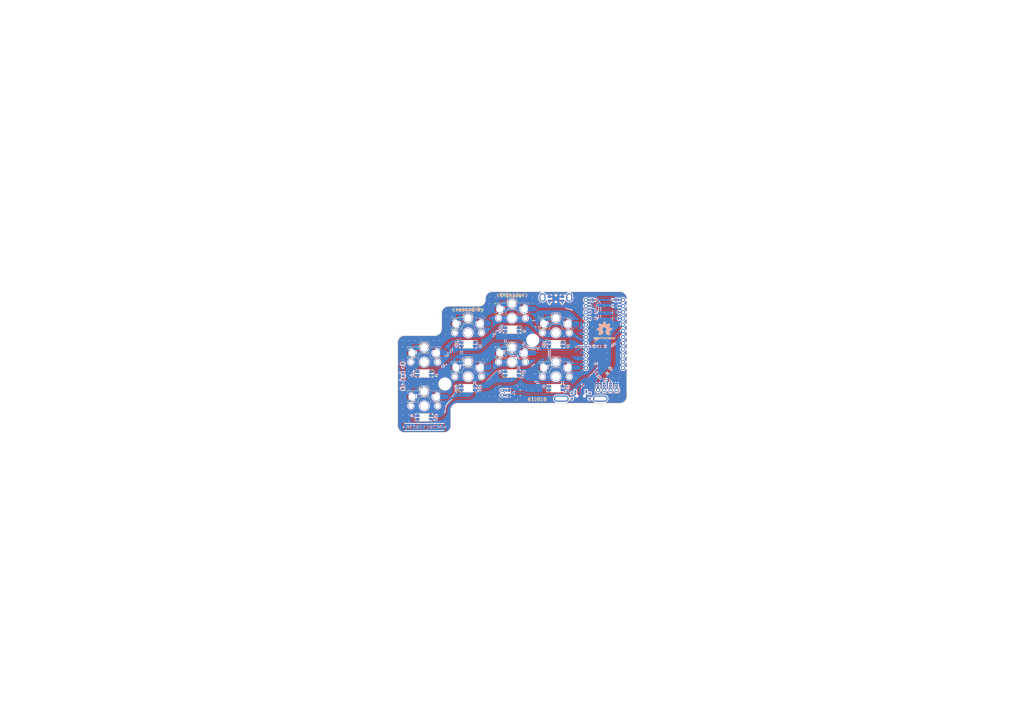
<source format=kicad_pcb>
(kicad_pcb (version 20240108) (generator "pcbnew") (generator_version "8.0")
  (title_block (title "artsey_ergo") (date "2024-11-25") (rev "1.0.0") (company "TMShader"))
  (layers (0 "F.Cu" signal) (31 "B.Cu" signal) (34 "B.Paste" user) (35 "F.Paste" user) (36 "B.SilkS" user "B.Silkscreen") (37 "F.SilkS" user "F.Silkscreen") (38 "B.Mask" user) (39 "F.Mask" user) (44 "Edge.Cuts" user))
  (net 0 "")
  (net 1 "GND")
  (net 2 "key_matrix_pinky_home")
  (net 3 "key_matrix_pinky_top")
  (net 4 "key_matrix_ring_home")
  (net 5 "key_matrix_ring_top")
  (net 6 "key_matrix_middle_home")
  (net 7 "key_matrix_middle_top")
  (net 8 "key_matrix_index_home")
  (net 9 "key_matrix_index_top")
  (net 10 "VCC")
  (net 11 "led_matrix_ring_home")
  (net 12 "led_matrix_pinky_home")
  (net 13 "led_matrix_middle_home")
  (net 14 "led_matrix_index_home")
  (net 15 "x")
  (net 16 "led_matrix_pinky_top")
  (net 17 "led_matrix_ring_top")
  (net 18 "led_matrix_middle_top")
  (net 19 "LED_DIN")
  (net 20 "RAW")
  (net 21 "RST")
  (net 22 "P1")
  (net 23 "P0")
  (net 24 "OLED_SDA")
  (net 25 "OLED_SCL")
  (net 26 "P4")
  (net 27 "P6")
  (net 28 "P7")
  (net 29 "P8")
  (net 30 "P9")
  (net 31 "MCU1_24")
  (net 32 "MCU1_1")
  (net 33 "MCU1_23")
  (net 34 "MCU1_2")
  (net 35 "MCU1_22")
  (net 36 "MCU1_3")
  (net 37 "MCU1_21")
  (net 38 "MCU1_4")
  (net 39 "DISP1_1")
  (net 40 "DISP1_2")
  (net 41 "DISP1_3")
  (net 42 "DISP1_4")
  (net 43 "BAT_P")
  (net 44 "JST1_1")
  (net 45 "JST1_2")
  (footprint "ceoloide:mounting_hole_npth" (layer "F.Cu") (at 182.5 157.5)
    (property "Reference" "MH1" (hide yes))
    (property "Value" "")
  )
  (footprint "kibuzzard-67450FBF" (layer "F.Cu") (at 165.3 154.3 90)
    (property "Reference" "kibuzzard-67450FBF" (hide yes))
    (property "Value" "G***" (hide yes))
  )
  (footprint "kibuzzard-67450C96" (layer "F.Cu") (at 220.3 163.7)
    (property "Reference" "kibuzzard-67450C96" (hide yes))
    (property "Value" "G***" (hide yes))
  )
  (footprint "ceoloide:mounting_hole_plated" (layer "F.Cu") (at 233.5 122)
    (property "Reference" "H4" (hide yes))
    (property "Value" "")
  )
  (footprint "ceoloide:mounting_hole_plated" (layer "F.Cu") (at 230.2 163.5 90)
    (property "Reference" "H1" (hide yes))
    (property "Value" "")
  )
  (footprint "kibuzzard-67450D2D" (layer "F.Cu") (at 192 127)
    (property "Reference" "kibuzzard-67450D2D" (hide yes))
    (property "Value" "G***" (hide yes))
  )
  (footprint "Symbol:OSHW-Logo2_9.8x8mm_SilkScreen" (layer "F.Cu") (at 247.9 135.7)
    (property "Reference" "REF**" (hide yes))
    (property "Value" "OSHW-Logo2_9.8x8mm_SilkScreen" (hide yes))
  )
  (footprint "ceoloide:mounting_hole_npth" (layer "F.Cu") (at 218.5 139.5)
    (property "Reference" "MH2" (hide yes))
    (property "Value" "")
  )
  (footprint "kibuzzard-67450C30" (layer "F.Cu") (at 170.5 175.1)
    (property "Reference" "kibuzzard-67450C30" (hide yes))
    (property "Value" "G***" (hide yes))
  )
  (footprint "ceoloide:mounting_hole_plated" (layer "F.Cu") (at 222.5 122)
    (property "Reference" "H3" (hide yes))
    (property "Value" "")
  )
  (footprint "ceoloide:mcu_nice_nano" (layer "F.Cu") (at 247.9 135.7)
    (property "Reference" "MCU1" (hide yes))
    (property "Value" "")
  )
  (footprint "ceoloide:mounting_hole_plated" (layer "F.Cu") (at 246.2 163.5 90)
    (property "Reference" "H2" (hide yes))
    (property "Value" "")
  )
  (footprint "kibuzzard-67450D58" (layer "F.Cu") (at 210 121)
    (property "Reference" "kibuzzard-67450D58" (hide yes))
    (property "Value" "G***" (hide yes))
  )
  (footprint "kibuzzard-67450C3F" (layer "F.Cu") (at 178.9 175.1)
    (property "Reference" "kibuzzard-67450C3F" (hide yes))
    (property "Value" "G***" (hide yes))
  )
  (footprint "ceoloide:display_ssd1306" (layer "F.Cu") (at 249.1 143.3)
    (property "Reference" "DISP1" (hide yes))
    (property "Value" "")
  )
  (footprint "ceoloide:power_switch_smd_side" (layer "B.Cu") (at 238.2 162.4 -90)
    (property "Reference" "PWR1" (hide yes))
    (property "Value" "")
  )
  (footprint "ceoloide:switch_choc_v1_v2" (layer "B.Cu") (at 192 154.5)
    (property "Reference" "S3" (hide yes))
    (property "Value" "")
  )
  (footprint "ceoloide:switch_choc_v1_v2" (layer "B.Cu") (at 174 148.5)
    (property "Reference" "S2" (hide yes))
    (property "Value" "")
  )
  (footprint "ceoloide:led_SK6812mini-e (per-key, reversible)" (layer "B.Cu") (at 210 135.2 180)
    (property "Reference" "LED7" (hide yes))
    (property "Value" "")
    (fp_rect (start -1.8 -1.55) (end 1.8 1.55) (stroke (width 0.12)) (fill none) (layer "Edge.Cuts"))
  )
  (footprint "ceoloide:led_SK6812mini-e (per-key, reversible)" (layer "B.Cu") (at 192 159.2)
    (property "Reference" "LED2" (hide yes))
    (property "Value" "")
    (fp_rect (start -1.8 -1.55) (end 1.8 1.55) (stroke (width 0.12)) (fill none) (layer "Edge.Cuts"))
  )
  (footprint "kibuzzard-67450D2D" (layer "B.Cu") (at 210 121 180)
    (property "Reference" "kibuzzard-67450D2D" (hide yes))
    (property "Value" "G***" (hide yes))
  )
  (footprint "ceoloide:switch_choc_v1_v2" (layer "B.Cu") (at 174 166.5)
    (property "Reference" "S1" (hide yes))
    (property "Value" "")
  )
  (footprint "kibuzzard-67450C96" (layer "B.Cu") (at 220.3 163.7 180)
    (property "Reference" "kibuzzard-67450C96" (hide yes))
    (property "Value" "G***" (hide yes))
  )
  (footprint "ceoloide:led_SK6812mini-e (per-key, reversible)" (layer "B.Cu") (at 228 159.2)
    (property "Reference" "LED4" (hide yes))
    (property "Value" "")
    (fp_rect (start -1.8 -1.55) (end 1.8 1.55) (stroke (width 0.12)) (fill none) (layer "Edge.Cuts"))
  )
  (footprint "ceoloide:switch_choc_v1_v2" (layer "B.Cu") (at 192 136.5)
    (property "Reference" "S4" (hide yes))
    (property "Value" "")
  )
  (footprint "ceoloide:switch_choc_v1_v2" (layer "B.Cu") (at 210 148.5)
    (property "Reference" "S5" (hide yes))
    (property "Value" "")
  )
  (footprint "ceoloide:reset_switch_smd_side" (layer "B.Cu") (at 228 122.5)
    (property "Reference" "RST1" (hide yes))
    (property "Value" "")
  )
  (footprint "Symbol:OSHW-Logo2_9.8x8mm_SilkScreen" (layer "B.Cu") (at 247.9 135.7 180)
    (property "Reference" "REF**" (hide yes))
    (property "Value" "OSHW-Logo2_9.8x8mm_SilkScreen" (hide yes))
  )
  (footprint "ceoloide:led_SK6812mini-e (per-key, reversible)" (layer "B.Cu") (at 192 141.2 180)
    (property "Reference" "LED6" (hide yes))
    (property "Value" "")
    (fp_rect (start -1.8 -1.55) (end 1.8 1.55) (stroke (width 0.12)) (fill none) (layer "Edge.Cuts"))
  )
  (footprint "ceoloide:led_SK6812mini-e (per-key, reversible)" (layer "B.Cu") (at 174 171.2)
    (property "Reference" "LED1" (hide yes))
    (property "Value" "")
    (fp_rect (start -1.8 -1.55) (end 1.8 1.55) (stroke (width 0.12)) (fill none) (layer "Edge.Cuts"))
  )
  (footprint "ceoloide:switch_choc_v1_v2" (layer "B.Cu") (at 228 154.5)
    (property "Reference" "S7" (hide yes))
    (property "Value" "")
  )
  (footprint "ceoloide:led_SK6812mini-e (per-key, reversible)" (layer "B.Cu") (at 210 153.2)
    (property "Reference" "LED3" (hide yes))
    (property "Value" "")
    (fp_rect (start -1.8 -1.55) (end 1.8 1.55) (stroke (width 0.12)) (fill none) (layer "Edge.Cuts"))
  )
  (footprint "ceoloide:led_SK6812mini-e (per-key, reversible)" (layer "B.Cu") (at 228 141.2 180)
    (property "Reference" "LED8" (hide yes))
    (property "Value" "")
    (fp_rect (start -1.8 -1.55) (end 1.8 1.55) (stroke (width 0.12)) (fill none) (layer "Edge.Cuts"))
  )
  (footprint "kibuzzard-67450D58" (layer "B.Cu") (at 192 127 180)
    (property "Reference" "kibuzzard-67450D58" (hide yes))
    (property "Value" "G***" (hide yes))
  )
  (footprint "ceoloide:switch_choc_v1_v2" (layer "B.Cu") (at 228 136.5)
    (property "Reference" "S8" (hide yes))
    (property "Value" "")
  )
  (footprint "ceoloide:switch_choc_v1_v2" (layer "B.Cu") (at 210 130.5)
    (property "Reference" "S6" (hide yes))
    (property "Value" "")
  )
  (footprint "ceoloide:led_SK6812mini-e (per-key, reversible)" (layer "B.Cu") (at 174 153.2 180)
    (property "Reference" "LED5" (hide yes))
    (property "Value" "")
    (fp_rect (start -1.8 -1.55) (end 1.8 1.55) (stroke (width 0.12)) (fill none) (layer "Edge.Cuts"))
  )
  (footprint "kibuzzard-67450FBF" (layer "B.Cu") (at 165.3 154.3 -90)
    (property "Reference" "kibuzzard-67450FBF" (hide yes))
    (property "Value" "G***" (hide yes))
  )
  (footprint "ceoloide:battery_connector_jst_ph_2" (layer "B.Cu") (at 206 161.1 90)
    (property "Reference" "JST1" (hide yes))
    (property "Value" "")
  )
  (footprint "kibuzzard-67450C30" (layer "B.Cu") (at 177.537802 175.1 180)
    (property "Reference" "kibuzzard-67450C30" (hide yes))
    (property "Value" "G***" (hide yes))
  )
  (footprint "kibuzzard-67450C3F" (layer "B.Cu") (at 169.137802 175.1 180)
    (property "Reference" "kibuzzard-67450C3F" (hide yes))
    (property "Value" "G***" (hide yes))
  )
  (gr_line (start 165.9 137.6) (end 178.3 137.6) (stroke (width 0.15)) (layer "Edge.Cuts"))
  (gr_line (start 184.9 174.6) (end 184.9 168.2) (stroke (width 0.15)) (layer "Edge.Cuts"))
  (gr_line (start 183.9 125.6) (end 196.3 125.6) (stroke (width 0.15)) (layer "Edge.Cuts"))
  (gr_arc (start 199.1 122.4) (mid 199.920101 120.420101) (end 201.9 119.6) (stroke (width 0.15)) (layer "Edge.Cuts"))
  (gr_arc (start 165.9 177.4) (mid 163.920101 176.579899) (end 163.1 174.6) (stroke (width 0.15)) (layer "Edge.Cuts"))
  (gr_arc (start 181.1 128.4) (mid 181.920101 126.420101) (end 183.9 125.6) (stroke (width 0.15)) (layer "Edge.Cuts"))
  (gr_line (start 163.1 174.6) (end 163.1 140.4) (stroke (width 0.15)) (layer "Edge.Cuts"))
  (gr_arc (start 257.1 162.6) (mid 256.279899 164.579899) (end 254.3 165.4) (stroke (width 0.15)) (layer "Edge.Cuts"))
  (gr_line (start 201.9 119.6) (end 254.3 119.6) (stroke (width 0.15)) (layer "Edge.Cuts"))
  (gr_arc (start 184.9 174.6) (mid 184.079899 176.579899) (end 182.1 177.4) (stroke (width 0.15)) (layer "Edge.Cuts"))
  (gr_arc (start 254.3 119.6) (mid 256.279899 120.420101) (end 257.1 122.4) (stroke (width 0.15)) (layer "Edge.Cuts"))
  (gr_arc (start 184.9 168.2) (mid 185.720101 166.220101) (end 187.7 165.4) (stroke (width 0.15)) (layer "Edge.Cuts"))
  (gr_arc (start 181.1 134.8) (mid 180.279899 136.779899) (end 178.3 137.6) (stroke (width 0.15)) (layer "Edge.Cuts"))
  (gr_arc (start 163.1 140.4) (mid 163.920101 138.420101) (end 165.9 137.6) (stroke (width 0.15)) (layer "Edge.Cuts"))
  (gr_arc (start 199.1 122.8) (mid 198.279899 124.779899) (end 196.3 125.6) (stroke (width 0.15)) (layer "Edge.Cuts"))
  (gr_line (start 257.1 162.6) (end 257.1 122.4) (stroke (width 0.15)) (layer "Edge.Cuts"))
  (gr_line (start 181.1 134.8) (end 181.1 128.4) (stroke (width 0.15)) (layer "Edge.Cuts"))
  (gr_line (start 199.1 122.8) (end 199.1 122.4) (stroke (width 0.15)) (layer "Edge.Cuts"))
  (gr_line (start 165.9 177.4) (end 182.1 177.4) (stroke (width 0.15)) (layer "Edge.Cuts"))
  (gr_line (start 187.7 165.4) (end 254.3 165.4) (stroke (width 0.15)) (layer "Edge.Cuts"))
  (segment (start 205.94 153.9) (end 207.3 153.9) (width 0.2) (layer "F.Cu") (net 1))
  (segment (start 252.675 130.62) (end 251.3 130.62) (width 0.25) (layer "F.Cu") (net 1))
  (segment (start 178.06 152.5) (end 176.7 152.5) (width 0.2) (layer "F.Cu") (net 1))
  (segment (start 187.94 159.9) (end 189.3 159.9) (width 0.2) (layer "F.Cu") (net 1))
  (segment (start 196.06 140.5) (end 194.7 140.5) (width 0.2) (layer "F.Cu") (net 1))
  (segment (start 232.06 140.5) (end 230.7 140.5) (width 0.2) (layer "F.Cu") (net 1))
  (segment (start 214.06 134.5) (end 212.7 134.5) (width 0.2) (layer "F.Cu") (net 1))
  (segment (start 169.94 171.9) (end 171.3 171.9) (width 0.2) (layer "F.Cu") (net 1))
  (segment (start 223.94 159.9) (end 225.3 159.9) (width 0.2) (layer "F.Cu") (net 1))
  (segment (start 243.125 125.54) (end 244.5 125.54) (width 0.25) (layer "F.Cu") (net 1))
  (segment (start 252.675 128.08) (end 251.3 128.08) (width 0.25) (layer "F.Cu") (net 1))
  (via (at 251.46 132.08) (size 0.6) (drill 0.3) (layers "F.Cu" "B.Cu") (net 1))
  (via (at 227.1 120.3) (size 0.6) (drill 0.3) (layers "F.Cu" "B.Cu") (net 1))
  (via (at 251.46 154.94) (size 0.6) (drill 0.3) (layers "F.Cu" "B.Cu") (net 1))
  (via (at 248.92 144.78) (size 0.6) (drill 0.3) (layers "F.Cu" "B.Cu") (net 1))
  (via (at 169.94 171.9) (size 0.6) (drill 0.3) (layers "F.Cu" "B.Cu") (net 1))
  (via (at 170.18 139.7) (size 0.6) (drill 0.3) (layers "F.Cu" "B.Cu") (net 1))
  (via (at 198.12 162.56) (size 0.6) (drill 0.3) (layers "F.Cu" "B.Cu") (net 1))
  (via (at 200.66 162.56) (size 0.6) (drill 0.3) (layers "F.Cu" "B.Cu") (net 1))
  (via (at 206.9 148.5) (size 0.6) (drill 0.3) (layers "F.Cu" "B.Cu") (net 1))
  (via (at 216.6 155.3) (size 0.6) (drill 0.3) (layers "F.Cu" "B.Cu") (net 1))
  (via (at 165.1 147.32) (size 0.6) (drill 0.3) (layers "F.Cu" "B.Cu") (net 1))
  (via (at 200 153.5) (size 0.6) (drill 0.3) (layers "F.Cu" "B.Cu") (net 1))
  (via (at 213.9 149.8) (size 0.6) (drill 0.3) (layers "F.Cu" "B.Cu") (net 1))
  (via (at 213.36 121.92) (size 0.6) (drill 0.3) (layers "F.Cu" "B.Cu") (net 1))
  (via (at 198.12 129.54) (size 0.6) (drill 0.3) (layers "F.Cu" "B.Cu") (net 1))
  (via (at 187.96 127) (size 0.6) (drill 0.3) (layers "F.Cu" "B.Cu") (net 1))
  (via (at 213.36 160.02) (size 0.6) (drill 0.3) (layers "F.Cu" "B.Cu") (net 1))
  (via (at 218.1 148.1) (size 0.6) (drill 0.3) (layers "F.Cu" "B.Cu") (net 1))
  (via (at 182.88 172.72) (size 0.6) (drill 0.3) (layers "F.Cu" "B.Cu") (net 1))
  (via (at 248 130.7) (size 0.6) (drill 0.3) (layers "F.Cu" "B.Cu") (net 1))
  (via (at 165.1 172.72) (size 0.6) (drill 0.3) (layers "F.Cu" "B.Cu") (net 1))
  (via (at 206.9 130.5) (size 0.6) (drill 0.3) (layers "F.Cu" "B.Cu") (net 1))
  (via (at 205.9 151.6) (size 0.6) (drill 0.3) (layers "F.Cu" "B.Cu") (net 1))
  (via (at 198.12 147.32) (size 0.6) (drill 0.3) (layers "F.Cu" "B.Cu") (net 1))
  (via (at 192 162.3) (size 0.6) (drill 0.3) (layers "F.Cu" "B.Cu") (net 1))
  (via (at 167.64 152.4) (size 0.6) (drill 0.3) (layers "F.Cu" "B.Cu") (net 1))
  (via (at 167.64 170.18) (size 0.6) (drill 0.3) (layers "F.Cu" "B.Cu") (net 1))
  (via (at 167.64 157.48) (size 0.6) (drill 0.3) (layers "F.Cu" "B.Cu") (net 1))
  (via (at 182.88 129.54) (size 0.6) (drill 0.3) (layers "F.Cu" "B.Cu") (net 1))
  (via (at 177.8 157.48) (size 0.6) (drill 0.3) (layers "F.Cu" "B.Cu") (net 1))
  (via (at 243.84 157.48) (size 0.6) (drill 0.3) (layers "F.Cu" "B.Cu") (net 1))
  (via (at 237 147.1) (size 0.6) (drill 0.3) (layers "F.Cu" "B.Cu") (net 1))
  (via (at 167.64 142.24) (size 0.6) (drill 0.3) (layers "F.Cu" "B.Cu") (net 1))
  (via (at 193.04 127) (size 0.6) (drill 0.3) (layers "F.Cu" "B.Cu") (net 1))
  (via (at 218.44 124.46) (size 0.6) (drill 0.3) (layers "F.Cu" "B.Cu") (net 1))
  (via (at 248.92 147.32) (size 0.6) (drill 0.3) (layers "F.Cu" "B.Cu") (net 1))
  (via (at 165.1 170.18) (size 0.6) (drill 0.3) (layers "F.Cu" "B.Cu") (net 1))
  (via (at 202.8 150.6) (size 0.6) (drill 0.3) (layers "F.Cu" "B.Cu") (net 1))
  (via (at 254 162.56) (size 0.6) (drill 0.3) (layers "F.Cu" "B.Cu") (net 1))
  (via (at 219.5 153.4) (size 0.6) (drill 0.3) (layers "F.Cu" "B.Cu") (net 1))
  (via (at 203.2 121.92) (size 0.6) (drill 0.3) (layers "F.Cu" "B.Cu") (net 1))
  (via (at 180.34 139.7) (size 0.6) (drill 0.3) (layers "F.Cu" "B.Cu") (net 1))
  (via (at 203.2 162.56) (size 0.6) (drill 0.3) (layers "F.Cu" "B.Cu") (net 1))
  (via (at 218.44 121.92) (size 0.6) (drill 0.3) (layers "F.Cu" "B.Cu") (net 1))
  (via (at 178.06 152.5) (size 0.6) (drill 0.3) (layers "F.Cu" "B.Cu") (net 1))
  (via (at 165.1 139.7) (size 0.6) (drill 0.3) (layers "F.Cu" "B.Cu") (net 1))
  (via (at 165.1 167.64) (size 0.6) (drill 0.3) (layers "F.Cu" "B.Cu") (net 1))
  (via (at 220.98 129.54) (size 0.6) (drill 0.3) (layers "F.Cu" "B.Cu") (net 1))
  (via (at 233.68 129.54) (size 0.6) (drill 0.3) (layers "F.Cu" "B.Cu") (net 1))
  (via (at 165.1 165.1) (size 0.6) (drill 0.3) (layers "F.Cu" "B.Cu") (net 1))
  (via (at 190.5 127) (size 0.6) (drill 0.3) (layers "F.Cu" "B.Cu") (net 1))
  (via (at 205.94 153.9) (size 0.6) (drill 0.3) (layers "F.Cu" "B.Cu") (net 1))
  (via (at 248.92 139.7) (size 0.6) (drill 0.3) (layers "F.Cu" "B.Cu") (net 1))
  (via (at 177.8 139.7) (size 0.6) (drill 0.3) (layers "F.Cu" "B.Cu") (net 1))
  (via (at 236.22 154.94) (size 0.6) (drill 0.3) (layers "F.Cu" "B.Cu") (net 1))
  (via (at 215.9 121.92) (size 0.6) (drill 0.3) (layers "F.Cu" "B.Cu") (net 1))
  (via (at 183.7 142.1) (size 0.6) (drill 0.3) (layers "F.Cu" "B.Cu") (net 1))
  (via (at 213.36 157.48) (size 0.6) (drill 0.3) (layers "F.Cu" "B.Cu") (net 1))
  (via (at 187.94 159.9) (size 0.6) (drill 0.3) (layers "F.Cu" "B.Cu") (net 1))
  (via (at 203.2 142.24) (size 0.6) (drill 0.3) (layers "F.Cu" "B.Cu") (net 1))
  (via (at 167.64 160.02) (size 0.6) (drill 0.3) (layers "F.Cu" "B.Cu") (net 1))
  (via (at 228.9 120.3) (size 0.6) (drill 0.3) (layers "F.Cu" "B.Cu") (net 1))
  (via (at 199.9 147.6) (size 0.6) (drill 0.3) (layers "F.Cu" "B.Cu") (net 1))
  (via (at 251.46 134.62) (size 0.6) (drill 0.3) (layers "F.Cu" "B.Cu") (net 1))
  (via (at 224.9 137.9) (size 0.6) (drill 0.3) (layers "F.Cu" "B.Cu") (net 1))
  (via (at 175.26 139.7) (size 0.6) (drill 0.3) (layers "F.Cu" "B.Cu") (net 1))
  (via (at 182.88 127) (size 0.6) (drill 0.3) (layers "F.Cu" "B.Cu") (net 1))
  (via (at 231.2 137.9) (size 0.6) (drill 0.3) (layers "F.Cu" "B.Cu") (net 1))
  (via (at 167.64 154.94) (size 0.6) (drill 0.3) (layers "F.Cu" "B.Cu") (net 1))
  (via (at 236.22 124.46) (size 0.6) (drill 0.3) (layers "F.Cu" "B.Cu") (net 1))
  (via (at 205.74 121.92) (size 0.6) (drill 0.3) (layers "F.Cu" "B.Cu") (net 1))
  (via (at 210.82 121.92) (size 0.6) (drill 0.3) (layers "F.Cu" "B.Cu") (net 1))
  (via (at 172.72 139.7) (size 0.6) (drill 0.3) (layers "F.Cu" "B.Cu") (net 1))
  (via (at 213.2 130.5) (size 0.6) (drill 0.3) (layers "F.Cu" "B.Cu") (net 1))
  (via (at 236.22 121.92) (size 0.6) (drill 0.3) (layers "F.Cu" "B.Cu") (net 1))
  (via (at 238.76 152.4) (size 0.6) (drill 0.3) (layers "F.Cu" "B.Cu") (net 1))
  (via (at 195.58 137.16) (size 0.6) (drill 0.3) (layers "F.Cu" "B.Cu") (net 1))
  (via (at 220.98 160.02) (size 0.6) (drill 0.3) (layers "F.Cu" "B.Cu") (net 1))
  (via (at 185.42 129.54) (size 0.6) (drill 0.3) (layers "F.Cu" "B.Cu") (net 1))
  (via (at 200.3 135.2) (size 0.6) (drill 0.3) (layers "F.Cu" "B.Cu") (net 1))
  (via (at 201.8 130.5) (size 0.6) (drill 0.3) (layers "F.Cu" "B.Cu") (net 1))
  (via (at 208.28 127) (size 0.6) (drill 0.3) (layers "F.Cu" "B.Cu") (net 1))
  (via (at 203.2 124.46) (size 0.6) (drill 0.3) (layers "F.Cu" "B.Cu") (net 1))
  (via (at 215.9 160.02) (size 0.6) (drill 0.3) (layers "F.Cu" "B.Cu") (net 1))
  (via (at 208.28 121.92) (size 0.6) (drill 0.3) (layers "F.Cu" "B.Cu") (net 1))
  (via (at 254 152.4) (size 0.6) (drill 0.3) (layers "F.Cu" "B.Cu") (net 1))
  (via (at 165.1 142.24) (size 0.6) (drill 0.3) (layers "F.Cu" "B.Cu") (net 1))
  (via (at 236.6 138.2) (size 0.6) (drill 0.3) (layers "F.Cu" "B.Cu") (net 1))
  (via (at 200.66 121.92) (size 0.6) (drill 0.3) (layers "F.Cu" "B.Cu") (net 1))
  (via (at 185.42 127) (size 0.6) (drill 0.3) (layers "F.Cu" "B.Cu") (net 1))
  (via (at 217.7 130.6) (size 0.6) (drill 0.3) (layers "F.Cu" "B.Cu") (net 1))
  (via (at 214.06 134.5) (size 0.6) (drill 0.3) (layers "F.Cu" "B.Cu") (net 1))
  (via (at 180.34 142.24) (size 0.6) (drill 0.3) (layers "F.Cu" "B.Cu") (net 1))
  (via (at 243 134.2) (size 0.6) (drill 0.3) (layers "F.Cu" "B.Cu") (net 1))
  (via (at 248 128.1) (size 0.6) (drill 0.3) (layers "F.Cu" "B.Cu") (net 1))
  (via (at 218.44 160.02) (size 0.6) (drill 0.3) (layers "F.Cu" "B.Cu") (net 1))
  (via (at 223.94 159.9) (size 0.6) (drill 0.3) (layers "F.Cu" "B.Cu") (net 1))
  (via (at 212.7 138.3) (size 0.6) (drill 0.3) (layers "F.Cu" "B.Cu") (net 1))
  (via (at 251.46 162.56) (size 0.6) (drill 0.3) (layers "F.Cu" "B.Cu") (net 1))
  (via (at 198.12 127) (size 0.6) (drill 0.3) (layers "F.Cu" "B.Cu") (net 1))
  (via (at 213.36 162.56) (size 0.6) (drill 0.3) (layers "F.Cu" "B.Cu") (net 1))
  (via (at 220.98 124.46) (size 0.6) (drill 0.3) (layers "F.Cu" "B.Cu") (net 1))
  (via (at 200.66 124.46) (size 0.6) (drill 0.3) (layers "F.Cu" "B.Cu") (net 1))
  (via (at 203.2 160.02) (size 0.6) (drill 0.3) (layers "F.Cu" "B.Cu") (net 1))
  (via (at 209.9 155.9) (size 0.6) (drill 0.3) (layers "F.Cu" "B.Cu") (net 1))
  (via (at 175.26 157.48) (size 0.6) (drill 0.3) (layers "F.Cu" "B.Cu") (net 1))
  (via (at 238.3 134.4) (size 0.6) (drill 0.3) (layers "F.Cu" "B.Cu") (net 1))
  (via (at 248 125.5) (size 0.6) (drill 0.3) (layers "F.Cu" "B.Cu") (net 1))
  (via (at 248.92 134.62) (size 0.6) (drill 0.3) (layers "F.Cu" "B.Cu") (net 1))
  (via (at 248.92 137.16) (size 0.6) (drill 0.3) (layers "F.Cu" "B.Cu") (net 1))
  (via (at 172.72 157.48) (size 0.6) (drill 0.3) (layers "F.Cu" "B.Cu") (net 1))
  (via (at 232.06 140.5) (size 0.6) (drill 0.3) (layers "F.Cu" "B.Cu") (net 1))
  (via (at 167.64 172.72) (size 0.6) (drill 0.3) (layers "F.Cu" "B.Cu") (net 1))
  (via (at 196.06 140.5) (size 0.6) (drill 0.3) (layers "F.Cu" "B.Cu") (net 1))
  (via (at 204.1 155.9) (size 0.6) (drill 0.3) (layers "F.Cu" "B.Cu") (net 1))
  (via (at 182.88 137.16) (size 0.6) (drill 0.3) (layers "F.Cu" "B.Cu") (net 1))
  (via (at 224.9 154.6) (size 0.6) (drill 0.3) (layers "F.Cu" "B.Cu") (net 1))
  (via (at 195.58 127) (size 0.6) (drill 0.3) (layers "F.Cu" "B.Cu") (net 1))
  (via (at 210.82 127) (size 0.6) (drill 0.3) (layers "F.Cu" "B.Cu") (net 1))
  (via (at 167.64 139.7) (size 0.6) (drill 0.3) (layers "F.Cu" "B.Cu") (net 1))
  (via (at 254 154.94) (size 0.6) (drill 0.3) (layers "F.Cu" "B.Cu") (net 1))
  (segment (start 246.10468 124.6) (end 251.035319 124.6) (width 0.25) (layer "B.Cu") (net 1))
  (segment (start 213.660136 135.665843) (end 213.760502 135.575501) (width 0.2) (layer "B.Cu") (net 1))
  (segment (start 205.94 153.497042) (end 205.94 153.9) (width 0.2) (layer "B.Cu") (net 1))
  (segment (start 196.06 140.902958) (end 196.06 140.5) (width 0.2) (layer "B.Cu") (net 1))
  (segment (start 243.585 128.54) (end 243.125 128.08) (width 0.25) (layer "B.Cu") (net 1))
  (segment (start 224.339863 158.734155) (end 224.239497 158.824498) (width 0.2) (layer "B.Cu") (net 1))
  (segment (start 169.94 171.9) (end 169.94 171.497042) (width 0.2) (layer "B.Cu") (net 1))
  (segment (start 213.05 135.9) (end 212.7 135.9) (width 0.2) (layer "B.Cu") (net 1))
  (segment (start 170.339863 170.734155) (end 170.239497 170.824498) (width 0.2) (layer "B.Cu") (net 1))
  (segment (start 231.660136 141.665843) (end 231.760502 141.575501) (width 0.2) (layer "B.Cu") (net 1))
  (segment (start 243.615 131.11) (end 243.125 130.62) (width 0.25) (layer "B.Cu") (net 1))
  (segment (start 195.760502 141.575501) (end 195.660136 141.665844) (width 0.2) (layer "B.Cu") (net 1))
  (segment (start 177.660136 153.665843) (end 177.760502 153.575501) (width 0.2) (layer "B.Cu") (net 1))
  (segment (start 187.94 159.497042) (end 187.94 159.9) (width 0.2) (layer "B.Cu") (net 1))
  (segment (start 188.95 158.5) (end 189.3 158.5) (width 0.2) (layer "B.Cu") (net 1))
  (segment (start 231.05 141.9) (end 230.7 141.9) (width 0.2) (layer "B.Cu") (net 1))
  (segment (start 188.239496 158.824497) (end 188.339863 158.734155) (width 0.2) (layer "B.Cu") (net 1))
  (segment (start 244.97 125.07) (end 244.5 125.54) (width 0.25) (layer "B.Cu") (net 1))
  (segment (start 177.05 153.9) (end 176.7 153.9) (width 0.2) (layer "B.Cu") (net 1))
  (segment (start 250.84 128.54) (end 251.3 128.08) (width 0.25) (layer "B.Cu") (net 1))
  (segment (start 250.81 131.11) (end 251.3 130.62) (width 0.25) (layer "B.Cu") (net 1))
  (segment (start 252.6575 125.54) (end 252.675 125.54) (width 0.25) (layer "B.Cu") (net 1))
  (segment (start 195.05 141.9) (end 194.7 141.9) (width 0.2) (layer "B.Cu") (net 1))
  (segment (start 178.06 152.5) (end 178.06 152.902958) (width 0.2) (layer "B.Cu") (net 1))
  (segment (start 206.239496 152.824497) (end 206.339863 152.734155) (width 0.2) (layer "B.Cu") (net 1))
  (segment (start 206.95 152.5) (end 207.3 152.5) (width 0.2) (layer "B.Cu") (net 1))
  (segment (start 244.797964 131.6) (end 249.627035 131.6) (width 0.25) (layer "B.Cu") (net 1))
  (segment (start 224.95 158.5) (end 225.3 158.5) (width 0.2) (layer "B.Cu") (net 1))
  (segment (start 223.94 159.9) (end 223.94 159.497042) (width 0.2) (layer "B.Cu") (net 1))
  (segment (start 170.95 170.5) (end 171.3 170.5) (width 0.2) (layer "B.Cu") (net 1))
  (segment (start 249.729461 129) (end 244.695538 129) (width 0.25) (layer "B.Cu") (net 1))
  (segment (start 252.627625 125.527625) (end 252.17 125.07) (width 0.25) (layer "B.Cu") (net 1))
  (segment (start 232.06 140.5) (end 232.06 140.902958) (width 0.2) (layer "B.Cu") (net 1))
  (segment (start 214.06 134.5) (end 214.06 134.902958) (width 0.2) (layer "B.Cu") (net 1))
  (arc (start 170.239497 170.824498) (mid 170.018258 171.128934) (end 169.94 171.497042) (width 0.2) (layer "B.Cu") (net 1))
  (arc (start 252.627625 125.527625) (mid 252.641331 125.536783) (end 252.6575 125.54) (width 0.25) (layer "B.Cu") (net 1))
  (arc (start 177.660136 153.665843) (mid 177.376762 153.83945) (end 177.05 153.9) (width 0.2) (layer "B.Cu") (net 1))
  (arc (start 250.84 128.54) (mid 250.33048 128.880449) (end 249.729461 129) (width 0.25) (layer "B.Cu") (net 1))
  (arc (start 206.239496 152.824497) (mid 206.018258 153.128933) (end 205.94 153.497042) (width 0.2) (layer "B.Cu") (net 1))
  (arc (start 188.95 158.5) (mid 188.623237 158.560548) (end 188.339863 158.734155) (width 0.2) (layer "B.Cu") (net 1))
  (arc (start 196.06 140.902958) (mid 195.981741 141.271065) (end 195.760502 141.575501) (width 0.2) (layer "B.Cu") (net 1))
  (arc (start 250.81 131.11) (mid 250.267251 131.472653) (end 249.627035 131.6) (width 0.25) (layer "B.Cu") (net 1))
  (arc (start 231.660136 141.665843) (mid 231.376762 141.83945) (end 231.05 141.9) (width 0.2) (layer "B.Cu") (net 1))
  (arc (start 213.660136 135.665843) (mid 213.376762 135.83945) (end 213.05 135.9) (width 0.2) (layer "B.Cu") (net 1))
  (arc (start 170.95 170.5) (mid 170.623237 170.560548) (end 170.339863 170.734155) (width 0.2) (layer "B.Cu") (net 1))
  (arc (start 195.660136 141.665844) (mid 195.376762 141.839451) (end 195.05 141.9) (width 0.2) (layer "B.Cu") (net 1))
  (arc (start 243.615 131.11) (mid 244.157748 131.472653) (end 244.797964 131.6) (width 0.25) (layer "B.Cu") (net 1))
  (arc (start 206.95 152.5) (mid 206.623237 152.560548) (end 206.339863 152.734155) (width 0.2) (layer "B.Cu") (net 1))
  (arc (start 188.239496 158.824497) (mid 188.018258 159.128933) (end 187.94 159.497042) (width 0.2) (layer "B.Cu") (net 1))
  (arc (start 252.17 125.07) (mid 251.649404 124.722149) (end 251.035319 124.6) (width 0.25) (layer "B.Cu") (net 1))
  (arc (start 178.06 152.902958) (mid 177.981741 153.271065) (end 177.760502 153.575501) (width 0.2) (layer "B.Cu") (net 1))
  (arc (start 224.239497 158.824498) (mid 224.018258 159.128934) (end 223.94 159.497042) (width 0.2) (layer "B.Cu") (net 1))
  (arc (start 224.95 158.5) (mid 224.623237 158.560548) (end 224.339863 158.734155) (width 0.2) (layer "B.Cu") (net 1))
  (arc (start 232.06 140.902958) (mid 231.981741 141.271065) (end 231.760502 141.575501) (width 0.2) (layer "B.Cu") (net 1))
  (arc (start 214.06 134.902958) (mid 213.981741 135.271065) (end 213.760502 135.575501) (width 0.2) (layer "B.Cu") (net 1))
  (arc (start 243.585 128.54) (mid 244.094519 128.880449) (end 244.695538 129) (width 0.25) (layer "B.Cu") (net 1))
  (arc (start 246.10468 124.6) (mid 245.490595 124.722149) (end 244.97 125.07) (width 0.25) (layer "B.Cu") (net 1))
  (segment (start 237.055634 148.4) (end 240.28 148.4) (width 0.2) (layer "B.Cu") (net 2))
  (segment (start 218.793792 149.206206) (end 220.206207 147.793792) (width 0.2) (layer "B.Cu") (net 2))
  (segment (start 214.946036 150.8) (end 206.753963 150.8) (width 0.2) (layer "B.Cu") (net 2))
  (segment (start 199.993792 155.306207) (end 202.906207 152.393792) (width 0.2) (layer "B.Cu") (net 2))
  (segment (start 183.624695 162.75) (end 181.6475 162.75) (width 0.2) (layer "B.Cu") (net 2))
  (segment (start 186.1 160.274695) (end 186.1 158.436396) (width 0.2) (layer "B.Cu") (net 2))
  (segment (start 231.744365 146.2) (end 224.053963 146.2) (width 0.2) (layer "B.Cu") (net 2))
  (segment (start 196.146036 156.9) (end 187.636396 156.9) (width 0.2) (layer "B.Cu") (net 2))
  (arc (start 234.4 147.3) (mid 235.618415 148.114119) (end 237.055634 148.4) (width 0.2) (layer "B.Cu") (net 2))
  (arc (start 218.793792 149.206206) (mid 217.028426 150.385786) (end 214.946036 150.8) (width 0.2) (layer "B.Cu") (net 2))
  (arc (start 186.1 160.274695) (mid 185.911578 161.221953) (end 185.375 162.025) (width 0.2) (layer "B.Cu") (net 2))
  (arc (start 185.375 162.025) (mid 184.571953 162.561578) (end 183.624695 162.75) (width 0.2) (layer "B.Cu") (net 2))
  (arc (start 186.55 157.35) (mid 186.216951 157.848442) (end 186.1 158.436396) (width 0.2) (layer "B.Cu") (net 2))
  (arc (start 199.993792 155.306207) (mid 198.228426 156.485786) (end 196.146036 156.9) (width 0.2) (layer "B.Cu") (net 2))
  (arc (start 187.636396 156.9) (mid 187.048442 157.016951) (end 186.55 157.35) (width 0.2) (layer "B.Cu") (net 2))
  (arc (start 224.053963 146.2) (mid 221.971572 146.614213) (end 220.206207 147.793792) (width 0.2) (layer "B.Cu") (net 2))
  (arc (start 206.753963 150.8) (mid 204.671572 151.214213) (end 202.906207 152.393792) (width 0.2) (layer "B.Cu") (net 2))
  (arc (start 234.4 147.3) (mid 233.181584 146.48588) (end 231.744365 146.2) (width 0.2) (layer "B.Cu") (net 2))
  (segment (start 236.896116 139.896116) (end 236.84 139.84) (width 0.2) (layer "B.Cu") (net 3))
  (segment (start 199.793792 137.306207) (end 202.606207 134.493792) (width 0.2) (layer "B.Cu") (net 3))
  (segment (start 206.453963 132.9) (end 214.046036 132.9) (width 0.2) (layer "B.Cu") (net 3))
  (segment (start 234.570639 138.9) (end 224.553963 138.9) (width 0.2) (layer "B.Cu") (net 3))
  (segment (start 217.893792 134.493792) (end 220.706207 137.306207) (width 0.2) (layer "B.Cu") (net 3))
  (segment (start 195.946036 138.9) (end 187.029154 138.9) (width 0.2) (layer "B.Cu") (net 3))
  (segment (start 239.03 140.78) (end 240.28 140.78) (width 0.2) (layer "B.Cu") (net 3))
  (segment (start 181.6475 143.40125) (end 181.6475 144.75) (width 0.2) (layer "B.Cu") (net 3))
  (segment (start 182.60121 141.098789) (end 183.22375 140.47625) (width 0.2) (layer "B.Cu") (net 3))
  (arc (start 220.706207 137.306207) (mid 222.471572 138.485786) (end 224.553963 138.9) (width 0.2) (layer "B.Cu") (net 3))
  (arc (start 236.84 139.84) (mid 235.798808 139.144298) (end 234.570639 138.9) (width 0.2) (layer "B.Cu") (net 3))
  (arc (start 217.893792 134.493792) (mid 216.128426 133.314213) (end 214.046036 132.9) (width 0.2) (layer "B.Cu") (net 3))
  (arc (start 187.029154 138.9) (mid 184.969684 139.309654) (end 183.22375 140.47625) (width 0.2) (layer "B.Cu") (net 3))
  (arc (start 236.896116 139.896116) (mid 237.87515 140.550286) (end 239.03 140.78) (width 0.2) (layer "B.Cu") (net 3))
  (arc (start 182.60121 141.098789) (mid 181.895361 142.155167) (end 181.6475 143.40125) (width 0.2) (layer "B.Cu") (net 3))
  (arc (start 199.793792 137.306207) (mid 198.028426 138.485786) (end 195.946036 138.9) (width 0.2) (layer "B.Cu") (net 3))
  (arc (start 206.453963 132.9) (mid 204.371572 133.314213) (end 202.606207 134.493792) (width 0.2) (layer "B.Cu") (net 3))
  (segment (start 240.15 145.73) (end 240.28 145.86) (width 0.2) (layer "B.Cu") (net 4))
  (segment (start 202.082402 148.315097) (end 199.6475 150.75) (width 0.2) (layer "B.Cu") (net 4))
  (segment (start 218.880761 146.9) (end 213.136396 146.9) (width 0.2) (layer "B.Cu") (net 4))
  (segment (start 210.963603 146) (end 209.036396 146) (width 0.2) (layer "B.Cu") (net 4))
  (segment (start 206.863603 146.9) (end 205.49875 146.9) (width 0.2) (layer "B.Cu") (net 4))
  (segment (start 239.836152 145.6) (end 222.019238 145.6) (width 0.2) (layer "B.Cu") (net 4))
  (arc (start 207.95 146.45) (mid 207.451556 146.783048) (end 206.863603 146.9) (width 0.2) (layer "B.Cu") (net 4))
  (arc (start 205.49875 146.9) (mid 203.649835 147.267771) (end 202.082402 148.315097) (width 0.2) (layer "B.Cu") (net 4))
  (arc (start 240.15 145.73) (mid 240.006005 145.633785) (end 239.836152 145.6) (width 0.2) (layer "B.Cu") (net 4))
  (arc (start 222.019238 145.6) (mid 221.169972 145.768929) (end 220.45 146.25) (width 0.2) (layer "B.Cu") (net 4))
  (arc (start 212.05 146.45) (mid 212.548442 146.783048) (end 213.136396 146.9) (width 0.2) (layer "B.Cu") (net 4))
  (arc (start 212.05 146.45) (mid 211.551556 146.116951) (end 210.963603 146) (width 0.2) (layer "B.Cu") (net 4))
  (arc (start 209.036396 146) (mid 208.448442 146.116951) (end 207.95 146.45) (width 0.2) (layer "B.Cu") (net 4))
  (arc (start 220.45 146.25) (mid 219.730027 146.73107) (end 218.880761 146.9) (width 0.2) (layer "B.Cu") (net 4))
  (segment (start 199.6475 131.75125) (end 199.6475 132.75) (width 0.2) (layer "B.Cu") (net 5))
  (segment (start 210.963603 128) (end 209.036396 128) (width 0.2) (layer "B.Cu") (net 5))
  (segment (start 200.353722 130.046277) (end 200.57375 129.82625) (width 0.2) (layer "B.Cu") (net 5))
  (segment (start 237.518751 137.518751) (end 236.455634 136.455634) (width 0.2) (layer "B.Cu") (net 5))
  (segment (start 206.863603 128.9) (end 202.809915 128.9) (width 0.2) (layer "B.Cu") (net 5))
  (segment (start 232.7 134.9) (end 231.136396 134.9) (width 0.2) (layer "B.Cu") (net 5))
  (segment (start 222.414213 134.9) (end 224.863603 134.9) (width 0.2) (layer "B.Cu") (net 5))
  (segment (start 213.136396 128.9) (end 216.097918 128.9) (width 0.2) (layer "B.Cu") (net 5))
  (segment (start 219.813172 133.713172) (end 220 133.9) (width 0.2) (layer "B.Cu") (net 5))
  (segment (start 227.036396 134) (end 228.963603 134) (width 0.2) (layer "B.Cu") (net 5))
  (segment (start 218.15 129.75) (end 218.186827 129.786827) (width 0.2) (layer "B.Cu") (net 5))
  (segment (start 239.26 138.24) (end 240.28 138.24) (width 0.2) (layer "B.Cu") (net 5))
  (arc (start 207.95 128.45) (mid 207.451556 128.783048) (end 206.863603 128.9) (width 0.2) (layer "B.Cu") (net 5))
  (arc (start 202.809915 128.9) (mid 201.599711 129.140724) (end 200.57375 129.82625) (width 0.2) (layer "B.Cu") (net 5))
  (arc (start 200.353722 130.046277) (mid 199.831041 130.828525) (end 199.6475 131.75125) (width 0.2) (layer "B.Cu") (net 5))
  (arc (start 230.05 134.45) (mid 230.548442 134.783048) (end 231.136396 134.9) (width 0.2) (layer "B.Cu") (net 5))
  (arc (start 220 133.9) (mid 221.10765 134.640108) (end 222.414213 134.9) (width 0.2) (layer "B.Cu") (net 5))
  (arc (start 237.518751 137.518751) (mid 238.317642 138.052553) (end 239.26 138.24) (width 0.2) (layer "B.Cu") (net 5))
  (arc (start 212.05 128.45) (mid 212.548442 128.783048) (end 213.136396 128.9) (width 0.2) (layer "B.Cu") (net 5))
  (arc (start 230.05 134.45) (mid 229.551556 134.116951) (end 228.963603 134) (width 0.2) (layer "B.Cu") (net 5))
  (arc (start 219 131.75) (mid 219.211336 132.812461) (end 219.813172 133.713172) (width 0.2) (layer "B.Cu") (net 5))
  (arc (start 225.95 134.45) (mid 225.451556 134.783048) (end 224.863603 134.9) (width 0.2) (layer "B.Cu") (net 5))
  (arc (start 212.05 128.45) (mid 211.551556 128.116951) (end 210.963603 128) (width 0.2) (layer "B.Cu") (net 5))
  (arc (start 227.036396 134) (mid 226.448442 134.116951) (end 225.95 134.45) (width 0.2) (layer "B.Cu") (net 5))
  (arc (start 218.15 129.75) (mid 217.208496 129.120907) (end 216.097918 128.9) (width 0.2) (layer "B.Cu") (net 5))
  (arc (start 218.186827 129.786827) (mid 218.788663 130.687538) (end 219 131.75) (width 0.2) (layer "B.Cu") (net 5))
  (arc (start 236.455634 136.455634) (mid 234.732534 135.304296) (end 232.7 134.9) (width 0.2) (layer "B.Cu") (net 5))
  (arc (start 209.036396 128) (mid 208.448442 128.116951) (end 207.95 128.45) (width 0.2) (layer "B.Cu") (net 5))
  (segment (start 237.843603 143.956396) (end 237.765 144.035) (width 0.2) (layer "B.Cu") (net 6))
  (segment (start 236.038837 144.75) (end 217.6475 144.75) (width 0.2) (layer "B.Cu") (net 6))
  (segment (start 239.38 143.32) (end 240.28 143.32) (width 0.2) (layer "B.Cu") (net 6))
  (arc (start 239.38 143.32) (mid 238.548508 143.485393) (end 237.843603 143.956396) (width 0.2) (layer "B.Cu") (net 6))
  (arc (start 237.765 144.035) (mid 236.973029 144.564177) (end 236.038837 144.75) (width 0.2) (layer "B.Cu") (net 6))
  (segment (start 235.463792 128.343792) (end 240.28 133.16) (width 0.2) (layer "B.Cu") (net 7))
  (segment (start 231.616036 126.75) (end 217.6475 126.75) (width 0.2) (layer "B.Cu") (net 7))
  (arc (start 235.463792 128.343792) (mid 233.698426 127.164213) (end 231.616036 126.75) (width 0.2) (layer "B.Cu") (net 7))
  (segment (start 240.185 150.845) (end 240.28 150.94) (width 0.2) (layer "B.Cu") (net 8))
  (segment (start 239.955649 150.75) (end 235.6475 150.75) (width 0.2) (layer "B.Cu") (net 8))
  (arc (start 240.185 150.845) (mid 240.079773 150.774689) (end 239.955649 150.75) (width 0.2) (layer "B.Cu") (net 8))
  (segment (start 235.6475 133.44875) (end 235.6475 132.75) (width 0.2) (layer "B.Cu") (net 9))
  (segment (start 236.42375 134.92375) (end 236.14159 134.64159) (width 0.2) (layer "B.Cu") (net 9))
  (segment (start 238.297783 135.7) (end 240.28 135.7) (width 0.2) (layer "B.Cu") (net 9))
  (arc (start 235.6475 133.44875) (mid 235.775909 134.09431) (end 236.14159 134.64159) (width 0.2) (layer "B.Cu") (net 9))
  (arc (start 236.42375 134.92375) (mid 237.283563 135.498259) (end 238.297783 135.7) (width 0.2) (layer "B.Cu") (net 9))
  (segment (start 174.480761 163.4) (end 174.26066 163.4) (width 0.3) (layer "F.Cu") (net 10))
  (segment (start 208.15 144.45) (end 208.292893 144.592893) (width 0.3) (layer "F.Cu") (net 10))
  (segment (start 226.3 150.6) (end 226.592893 150.892893) (width 0.3) (layer "F.Cu") (net 10))
  (segment (start 207.3 136.25) (end 207.3 142.397918) (width 0.3) (layer "F.Cu") (net 10))
  (segment (start 171.7 160.839339) (end 171.7 156.482842) (width 0.3) (layer "F.Cu") (net 10))
  (segment (start 230.7 158.15) (end 230.7 153.989949) (width 0.3) (layer "F.Cu") (net 10))
  (segment (start 244.5 130.62) (end 243.125 130.62) (width 0.25) (layer "F.Cu") (net 10))
  (segment (start 247.315 156.215) (end 246.285 155.185) (width 0.3) (layer "F.Cu") (net 10))
  (segment (start 232.06 159.497042) (end 232.06 159.9) (width 0.3) (layer "F.Cu") (net 10))
  (segment (start 194.7 158.15) (end 194.7 153.96066) (width 0.3) (layer "F.Cu") (net 10))
  (segment (start 247.528319 155.7) (end 248.7 155.7) (width 0.3) (layer "F.Cu") (net 10))
  (segment (start 228.3 151.6) (end 228.31005 151.6) (width 0.3) (layer "F.Cu") (net 10))
  (segment (start 247.315 156.215) (end 247.610796 156.510796) (width 0.3) (layer "F.Cu") (net 10))
  (segment (start 176.7 170.15) (end 176.7 165.619238) (width 0.3) (layer "F.Cu") (net 10))
  (segment (start 231.760502 158.824498) (end 231.660136 158.734155) (width 0.3) (layer "F.Cu") (net 10))
  (segment (start 170.339863 153.665843) (end 170.239497 153.575501) (width 0.3) (layer "F.Cu") (net 10))
  (segment (start 178.06 171.497042) (end 178.06 171.9) (width 0.3) (layer "F.Cu") (net 10))
  (segment (start 214.06 153.9) (end 214.06 153.497042) (width 0.3) (layer "F.Cu") (net 10))
  (segment (start 211.707106 146.007106) (end 211.85 146.15) (width 0.3) (layer "F.Cu") (net 10))
  (segment (start 187.94 140.5) (end 187.94 140.902958) (width 0.3) (layer "F.Cu") (net 10))
  (segment (start 224.339863 141.665843) (end 224.239497 141.575501) (width 0.3) (layer "F.Cu") (net 10))
  (segment (start 177.760502 170.824498) (end 177.660136 170.734155) (width 0.3) (layer "F.Cu") (net 10))
  (segment (start 188.339863 141.665843) (end 188.239497 141.575501) (width 0.3) (layer "F.Cu") (net 10))
  (segment (start 205.94 134.902958) (end 205.94 134.5) (width 0.3) (layer "F.Cu") (net 10))
  (segment (start 206.239497 135.575501) (end 206.339863 135.665844) (width 0.3) (layer "F.Cu") (net 10))
  (segment (start 195.760502 158.824498) (end 195.660136 158.734155) (width 0.3) (layer "F.Cu") (net 10))
  (segment (start 223.94 140.902958) (end 223.94 140.5) (width 0.3) (layer "F.Cu") (net 10))
  (segment (start 212.7 148.202081) (end 212.7 152.15) (width 0.3) (layer "F.Cu") (net 10))
  (segment (start 189.3 148.668629) (end 189.3 142.25) (width 0.3) (layer "F.Cu") (net 10))
  (segment (start 247.83 157.04) (end 247.83 157.35) (width 0.3) (layer "F.Cu") (net 10))
  (segment (start 169.94 152.902958) (end 169.94 152.5) (width 0.3) (layer "F.Cu") (net 10))
  (segment (start 245.3 154.2) (end 246.285 155.185) (width 0.3) (layer "F.Cu") (net 10))
  (segment (start 171.3 155.517157) (end 171.3 154.25) (width 0.3) (layer "F.Cu") (net 10))
  (segment (start 196.06 159.9) (end 196.06 159.497042) (width 0.3) (layer "F.Cu") (net 10))
  (segment (start 225.3 142.25) (end 225.3 148.185786) (width 0.3) (layer "F.Cu") (net 10))
  (segment (start 213.760502 152.824498) (end 213.660136 152.734155) (width 0.3) (layer "F.Cu") (net 10))
  (segment (start 192.03137 151.4) (end 192.139339 151.4) (width 0.3) (layer "F.Cu") (net 10))
  (segment (start 244.5 130.62) (end 244.5 149.2) (width 0.3) (layer "F.Cu") (net 10))
  (via (at 214.06 153.9) (size 0.6) (drill 0.3) (layers "F.Cu" "B.Cu") (net 10))
  (via (at 244.5 149.2) (size 0.6) (drill 0.3) (layers "F.Cu" "B.Cu") (net 10))
  (via (at 245.3 154.2) (size 0.6) (drill 0.3) (layers "F.Cu" "B.Cu") (net 10))
  (via (at 244.5 139) (size 0.6) (drill 0.3) (layers "F.Cu" "B.Cu") (net 10))
  (via (at 232.06 159.9) (size 0.6) (drill 0.3) (layers "F.Cu" "B.Cu") (net 10))
  (via (at 223.94 140.5) (size 0.6) (drill 0.3) (layers "F.Cu" "B.Cu") (net 10))
  (via (at 205.94 134.5) (size 0.6) (drill 0.3) (layers "F.Cu" "B.Cu") (net 10))
  (via (at 248.7 155.7) (size 0.6) (drill 0.3) (layers "F.Cu" "B.Cu") (net 10))
  (via (at 169.94 152.5) (size 0.6) (drill 0.3) (layers "F.Cu" "B.Cu") (net 10))
  (via (at 178.06 171.9) (size 0.6) (drill 0.3) (layers "F.Cu" "B.Cu") (net 10))
  (via (at 196.06 159.9) (size 0.6) (drill 0.3) (layers "F.Cu" "B.Cu") (net 10))
  (via (at 187.94 140.5) (size 0.6) (drill 0.3) (layers "F.Cu" "B.Cu") (net 10))
  (arc (start 189.3 148.668629) (mid 189.507913 149.713879) (end 190.1 150.6) (width 0.3) (layer "F.Cu") (net 10))
  (arc (start 211.85 146.15) (mid 212.479092 147.091502) (end 212.7 148.202081) (width 0.3) (layer "F.Cu") (net 10))
  (arc (start 176.05 164.05) (mid 176.53107 164.769972) (end 176.7 165.619238) (width 0.3) (layer "F.Cu") (net 10))
  (arc (start 230.7 158.15) (mid 230.802512 158.397487) (end 231.05 158.5) (width 0.3) (layer "F.Cu") (net 10))
  (arc (start 224.339863 141.665843) (mid 224.623237 141.83945) (end 224.95 141.9) (width 0.3) (layer "F.Cu") (net 10))
  (arc (start 177.660136 170.734155) (mid 177.376762 170.560548) (end 177.05 170.5) (width 0.3) (layer "F.Cu") (net 10))
  (arc (start 176.7 170.15) (mid 176.802512 170.397487) (end 177.05 170.5) (width 0.3) (layer "F.Cu") (net 10))
  (arc (start 176.05 164.05) (mid 175.330027 163.568929) (end 174.480761 163.4) (width 0.3) (layer "F.Cu") (net 10))
  (arc (start 230 152.3) (mid 229.224644 151.781924) (end 228.31005 151.6) (width 0.3) (layer "F.Cu") (net 10))
  (arc (start 225.3 142.25) (mid 225.197487 142.002512) (end 224.95 141.9) (width 0.3) (layer "F.Cu") (net 10))
  (arc (start 170.339863 153.665843) (mid 170.623237 153.83945) (end 170.95 153.9) (width 0.3) (layer "F.Cu") (net 10))
  (arc (start 194.7 158.15) (mid 194.802512 158.397487) (end 195.05 158.5) (width 0.3) (layer "F.Cu") (net 10))
  (arc (start 206.339863 135.665844) (mid 206.623237 135.839451) (end 206.95 135.9) (width 0.3) (layer "F.Cu") (net 10))
  (arc (start 205.94 134.902958) (mid 206.018258 135.271065) (end 206.239497 135.575501) (width 0.3) (layer "F.Cu") (net 10))
  (arc (start 187.94 140.902958) (mid 188.018258 141.271065) (end 188.239497 141.575501) (width 0.3) (layer "F.Cu") (net 10))
  (arc (start 193.95 152.15) (mid 194.505081 152.980737) (end 194.7 153.96066) (width 0.3) (layer "F.Cu") (net 10))
  (arc (start 171.3 155.517157) (mid 171.351978 155.778469) (end 171.5 156) (width 0.3) (layer "F.Cu") (net 10))
  (arc (start 230 152.3) (mid 230.518075 153.075355) (end 230.7 153.989949) (width 0.3) (layer "F.Cu") (net 10))
  (arc (start 212.7 152.15) (mid 212.802512 152.397487) (end 213.05 152.5) (width 0.3) (layer "F.Cu") (net 10))
  (arc (start 231.760502 158.824498) (mid 231.981741 159.128934) (end 232.06 159.497042) (width 0.3) (layer "F.Cu") (net 10))
  (arc (start 171.7 160.839339) (mid 171.894918 161.819261) (end 172.45 162.65) (width 0.3) (layer "F.Cu") (net 10))
  (arc (start 225.3 148.185786) (mid 225.559891 149.492349) (end 226.3 150.6) (width 0.3) (layer "F.Cu") (net 10))
  (arc (start 193.95 152.15) (mid 193.119261 151.594918) (end 192.139339 151.4) (width 0.3) (layer "F.Cu") (net 10))
  (arc (start 189.3 142.25) (mid 189.197487 142.002512) (end 188.95 141.9) (width 0.3) (layer "F.Cu") (net 10))
  (arc (start 208.292893 144.592893) (mid 209.07612 145.116228) (end 210 145.3) (width 0.3) (layer "F.Cu") (net 10))
  (arc (start 223.94 140.902958) (mid 224.018258 141.271065) (end 224.239497 141.575501) (width 0.3) (layer "F.Cu") (net 10))
  (arc (start 169.94 152.902958) (mid 170.018258 153.271065) (end 170.239497 153.575501) (width 0.3) (layer "F.Cu") (net 10))
  (arc (start 172.45 162.65) (mid 173.280737 163.205081) (end 174.26066 163.4) (width 0.3) (layer "F.Cu") (net 10))
  (arc (start 195.760502 158.824498) (mid 195.981741 159.128934) (end 196.06 159.497042) (width 0.3) (layer "F.Cu") (net 10))
  (arc (start 213.660136 152.734155) (mid 213.376762 152.560548) (end 213.05 152.5) (width 0.3) (layer "F.Cu") (net 10))
  (arc (start 211.707106 146.007106) (mid 210.923879 145.48377) (end 210 145.3) (width 0.3) (layer "F.Cu") (net 10))
  (arc (start 195.660136 158.734155) (mid 195.376762 158.560548) (end 195.05 158.5) (width 0.3) (layer "F.Cu") (net 10))
  (arc (start 188.339863 141.665843) (mid 188.623237 141.83945) (end 188.95 141.9) (width 0.3) (layer "F.Cu") (net 10))
  (arc (start 247.610796 156.510796) (mid 247.77303 156.753597) (end 247.83 157.04) (width 0.3) (layer "F.Cu") (net 10))
  (arc (start 190.1 150.6) (mid 190.98612 151.192086) (end 192.03137 151.4) (width 0.3) (layer "F.Cu") (net 10))
  (arc (start 213.760502 152.824498) (mid 213.981741 153.128934) (end 214.06 153.497042) (width 0.3) (layer "F.Cu") (net 10))
  (arc (start 246.285 155.185) (mid 246.855439 155.566155) (end 247.528319 155.7) (width 0.3) (layer "F.Cu") (net 10))
  (arc (start 207.3 136.25) (mid 207.197487 136.002512) (end 206.95 135.9) (width 0.3) (layer "F.Cu") (net 10))
  (arc (start 231.660136 158.734155) (mid 231.376762 158.560548) (end 231.05 158.5) (width 0.3) (layer "F.Cu") (net 10))
  (arc (start 207.3 142.397918) (mid 207.520907 143.508496) (end 208.15 144.45) (width 0.3) (layer "F.Cu") (net 10))
  (arc (start 177.760502 170.824498) (mid 177.981741 171.128934) (end 178.06 171.497042) (width 0.3) (layer "F.Cu") (net 10))
  (arc (start 171.5 156) (mid 171.648021 156.221529) (end 171.7 156.482842) (width 0.3) (layer "F.Cu") (net 10))
  (arc (start 171.3 154.25) (mid 171.197487 154.002512) (end 170.95 153.9) (width 0.3) (layer "F.Cu") (net 10))
  (arc (start 226.592893 150.892893) (mid 227.37612 151.416228) (end 228.3 151.6) (width 0.3) (layer "F.Cu") (net 10))
  (arc (start 247.528319 155.7) (mid 247.249603 155.886232) (end 247.315 156.215) (width 0.3) (layer "F.Cu") (net 10))
  (segment (start 202.7 137.572792) (end 202.7 138.363603) (width 0.3) (layer "B.Cu") (net 10))
  (segment (start 169.94 152.5) (end 171.3 152.5) (width 0.3) (layer "B.Cu") (net 10))
  (segment (start 241.605025 142.1) (end 238.102081 142.1) (width 0.3) (layer "B.Cu") (net 10))
  (segment (start 243.047487 140.452512) (end 244.5 139) (width 0.3) (layer "B.Cu") (net 10))
  (segment (start 188.353963 163.4) (end 191.968629 163.4) (width 0.3) (layer "B.Cu") (net 10))
  (segment (start 243.863603 151.636395) (end 241.842462 153.657537) (width 0.3) (layer "B.Cu") (net 10))
  (segment (start 245.3 154.2) (end 244.9 153.8) (width 0.3) (layer "B.Cu") (net 10))
  (segment (start 244.5 150.1) (end 244.5 151.9) (width 0.3) (layer "B.Cu") (net 10))
  (segment (start 182.693792 149.306207) (end 184.811091 147.188908) (width 0.3) (layer "B.Cu") (net 10))
  (segment (start 196.06 159.9) (end 194.7 159.9) (width 0.3) (layer "B.Cu") (net 10))
  (segment (start 223.22 140.5) (end 223.94 140.5) (width 0.3) (layer "B.Cu") (net 10))
  (segment (start 201.349999 140.349999) (end 198.793792 142.906207) (width 0.3) (layer "B.Cu") (net 10))
  (segment (start 214.93 156.03) (end 214.505477 155.605477) (width 0.3) (layer "B.Cu") (net 10))
  (segment (start 201.349999 140.349999) (end 202.25 139.45) (width 0.3) (layer "B.Cu") (net 10))
  (segment (start 182.9 168.25) (end 182.9 168.485786) (width 0.3) (layer "B.Cu") (net 10))
  (segment (start 212.7 153.9) (end 214.06 153.9) (width 0.3) (layer "B.Cu") (net 10))
  (segment (start 218 142.7) (end 219.1 142.7) (width 0.3) (layer "B.Cu") (net 10))
  (segment (start 187.94 140.5) (end 189.3 140.5) (width 0.3) (layer "B.Cu") (net 10))
  (segment (start 250.37 156.96) (end 250.37 157.35) (width 0.3) (layer "B.Cu") (net 10))
  (segment (start 249.782842 155.982842) (end 250.094228 156.294228) (width 0.3) (layer "B.Cu") (net 10))
  (segment (start 178.06 171.9) (end 176.7 171.9) (width 0.3) (layer "B.Cu") (net 10))
  (segment (start 234.55 158.85) (end 233.85 159.55) (width 0.3) (layer "B.Cu") (net 10))
  (segment (start 186.349999 145.649999) (end 185.588908 146.411091) (width 0.3) (layer "B.Cu") (net 10))
  (segment (start 185.588908 146.411091) (end 184.811091 147.188908) (width 0.3) (layer "B.Cu") (net 10))
  (segment (start 171.3 152.06538) (end 171.3 152.5) (width 0.3) (layer "B.Cu") (net 10))
  (segment (start 194.7 160.85) (end 194.7 159.9) (width 0.3) (layer "B.Cu") (net 10))
  (segment (start 212.7 153.9) (end 212.7 154.7) (width 0.3) (layer "B.Cu") (net 10))
  (segment (start 244.5 150.1) (end 244.5 149.2) (width 0.3) (layer "B.Cu") (net 10))
  (segment (start 184.506206 164.993792) (end 184.066726 165.433273) (width 0.3) (layer "B.Cu") (net 10))
  (segment (start 196.06 159.9) (end 198.902943 159.9) (width 0.3) (layer "B.Cu") (net 10))
  (segment (start 242.449999 141.749999) (end 242.552512 141.647487) (width 0.3) (layer "B.Cu") (net 10))
  (segment (start 205.22 134.5) (end 205.94 134.5) (width 0.3) (layer "B.Cu") (net 10))
  (segment (start 249.1 155.7) (end 248.7 155.7) (width 0.3) (layer "B.Cu") (net 10))
  (segment (start 252.6475 130.62) (end 252.675 130.62) (width 0.25) (layer "B.Cu") (net 10))
  (segment (start 246.070538 129.7) (end 251.049461 129.7) (width 0.25) (layer "B.Cu") (net 10))
  (segment (start 186.126238 140.973761) (end 185.9 141.2) (width 0.3) (layer "B.Cu") (net 10))
  (segment (start 179.485786 171.9) (end 178.06 171.9) (width 0.3) (layer "B.Cu") (net 10))
  (segment (start 221.990882 141.009116) (end 220.582842 142.417157) (width 0.3) (layer "B.Cu") (net 10))
  (segment (start 193.899999 162.599999) (end 194.028248 162.471751) (width 0.3) (layer "B.Cu") (net 10))
  (segment (start 232.834314 156.9) (end 217.030365 156.9) (width 0.3) (layer "B.Cu") (net 10))
  (segment (start 185.2 145.15) (end 185.2 142.889949) (width 0.3) (layer "B.Cu") (net 10))
  (segment (start 220.05 143.25) (end 219.782842 142.982842) (width 0.3) (layer "B.Cu") (net 10))
  (segment (start 171.607321 151.323438) (end 171.66538 151.26538) (width 0.3) (layer "B.Cu") (net 10))
  (segment (start 219.1 142.7) (end 219.9 142.7) (width 0.3) (layer "B.Cu") (net 10))
  (segment (start 234.2 158.265685) (end 234.2 158.705025) (width 0.3) (layer "B.Cu") (net 10))
  (segment (start 221.377817 143.8) (end 233.997918 143.8) (width 0.3) (layer "B.Cu") (net 10))
  (segment (start 202.436396 139.9) (end 211.720101 139.9) (width 0.3) (layer "B.Cu") (net 10))
  (segment (start 233.005025 159.9) (end 232.06 159.9) (width 0.3) (layer "B.Cu") (net 10))
  (segment (start 238.257537 155.142462) (end 234.55 158.85) (width 0.3) (layer "B.Cu") (net 10))
  (segment (start 214.06 153.9) (end 214.06 154.53) (width 0.3) (layer "B.Cu") (net 10))
  (segment (start 185.2 145.15) (end 185.2 146.25) (width 0.3) (layer "B.Cu") (net 10))
  (segment (start 211.699999 156.499999) (end 212.134314 156.065685) (width 0.3) (layer "B.Cu") (net 10))
  (segment (start 189.126345 144.5) (end 194.946036 144.5) (width 0.3) (layer "B.Cu") (net 10))
  (segment (start 215.439339 141.639339) (end 215.1 141.3) (width 0.3) (layer "B.Cu") (net 10))
  (segment (start 203.990883 135.009116) (end 203.6 135.4) (width 0.3) (layer "B.Cu") (net 10))
  (segment (start 252.600554 130.600554) (end 252.16 130.16) (width 0.25) (layer "B.Cu") (net 10))
  (segment (start 223.94 140.5) (end 225.3 140.5) (width 0.3) (layer "B.Cu") (net 10))
  (segment (start 187.27 140.5) (end 187.94 140.5) (width 0.3) (layer "B.Cu") (net 10))
  (segment (start 205.94 134.5) (end 207.3 134.5) (width 0.3) (layer "B.Cu") (net 10))
  (segment (start 244.5 151.9) (end 244.5 152.834314) (width 0.3) (layer "B.Cu") (net 10))
  (segment (start 178.846036 150.9) (end 172.547487 150.9) (width 0.3) (layer "B.Cu") (net 10))
  (segment (start 209.285786 157.5) (end 204.697056 157.5) (width 0.3) (layer "B.Cu") (net 10))
  (segment (start 232.06 159.9) (end 230.7 159.9) (width 0.3) (layer "B.Cu") (net 10))
  (segment (start 244.96 130.16) (end 244.5 130.62) (width 0.25) (layer "B.Cu") (net 10))
  (arc (start 205.22 134.5) (mid 204.554806 134.632314) (end 203.990883 135.009116) (width 0.3) (layer "B.Cu") (net 10))
  (arc (start 194.7 160.85) (mid 194.525417 161.727685) (end 194.028248 162.471751) (width 0.3) (layer "B.Cu") (net 10))
  (arc (start 172.547487 150.9) (mid 172.070094 150.994959) (end 171.66538 151.26538) (width 0.3) (layer "B.Cu") (net 10))
  (arc (start 171.607321 151.323438) (mid 171.37987 151.663844) (end 171.3 152.06538) (width 0.3) (layer "B.Cu") (net 10))
  (arc (start 242.8 141.05) (mid 242.735679 141.373357) (end 242.552512 141.647487) (width 0.3) (layer "B.Cu") (net 10))
  (arc (start 242.449999 141.749999) (mid 242.062321 142.009037) (end 241.605025 142.1) (width 0.3) (layer "B.Cu") (net 10))
  (arc (start 182.9 168.485786) (mid 182.640108 169.792349) (end 181.9 170.9) (width 0.3) (layer "B.Cu") (net 10))
  (arc (start 243.863603 151.636395) (mid 244.334605 150.931491) (end 244.5 150.1) (width 0.3) (layer "B.Cu") (net 10))
  (arc (start 250.094228 156.294228) (mid 250.298329 156.599686) (end 250.37 156.96) (width 0.3) (layer "B.Cu") (net 10))
  (arc (start 214.93 156.03) (mid 215.893655 156.673894) (end 217.030365 156.9) (width 0.3) (layer "B.Cu") (net 10))
  (arc (start 223.22 140.5) (mid 222.554806 140.632314) (end 221.990882 141.009116) (width 0.3) (layer "B.Cu") (net 10))
  (arc (start 215.1 141.3) (mid 213.549289 140.263848) (end 211.720101 139.9) (width 0.3) (layer "B.Cu") (net 10))
  (arc (start 181.9 170.9) (mid 180.792349 171.640108) (end 179.485786 171.9) (width 0.3) (layer "B.Cu") (net 10))
  (arc (start 246.070538 129.7) (mid 245.469519 129.81955) (end 244.96 130.16) (width 0.25) (layer "B.Cu") (net 10))
  (arc (start 202.436396 139.9) (mid 201.848442 140.01695) (end 201.349999 140.349999) (width 0.3) (layer "B.Cu") (net 10))
  (arc (start 203.6 135.4) (mid 202.933902 136.396885) (end 202.7 137.572792) (width 0.3) (layer "B.Cu") (net 10))
  (arc (start 233.85 159.55) (mid 234.109037 159.162322) (end 234.2 158.705025) (width 0.3) (layer "B.Cu") (net 10))
  (arc (start 193.899999 162.599999) (mid 193.013879 163.192086) (end 191.968629 163.4) (width 0.3) (layer "B.Cu") (net 10))
  (arc (start 189.126345 144.5) (mid 187.623797 144.798874) (end 186.349999 145.649999) (width 0.3) (layer "B.Cu") (net 10))
  (arc (start 252.16 130.16) (mid 251.65048 129.81955) (end 251.049461 129.7) (width 0.25) (layer "B.Cu") (net 10))
  (arc (start 214.06 154.53) (mid 214.175775 155.112044) (end 214.505477 155.605477) (width 0.3) (layer "B.Cu") (net 10))
  (arc (start 220.582842 142.417157) (mid 220.269551 142.626491) (end 219.9 142.7) (width 0.3) (layer "B.Cu") (net 10))
  (arc (start 244.5 151.9) (mid 244.269868 151.555584) (end 243.863603 151.636395) (width 0.3) (layer "B.Cu") (net 10))
  (arc (start 202.7 138.363603) (mid 202.583048 138.951556) (end 202.25 139.45) (width 0.3) (layer "B.Cu") (net 10))
  (arc (start 244.5 152.834314) (mid 244.603956 153.356939) (end 244.9 153.8) (width 0.3) (layer "B.Cu") (net 10))
  (arc (start 212.7 154.7) (mid 212.552982 155.439103) (end 212.134314 156.065685) (width 0.3) (layer "B.Cu") (net 10))
  (arc (start 187.27 140.5) (mid 186.651 140.623126) (end 186.126238 140.973761) (width 0.3) (layer "B.Cu") (net 10))
  (arc (start 243.047487 140.452512) (mid 242.864319 140.726642) (end 242.8 141.05) (width 0.3) (layer "B.Cu") (net 10))
  (arc (start 185.9 141.2) (mid 185.381924 141.975355) (end 185.2 142.889949) (width 0.3) (layer "B.Cu") (net 10))
  (arc (start 219.9 142.7) (mid 219.746926 142.80228) (end 219.782842 142.982842) (width 0.3) (layer "B.Cu") (net 10))
  (arc (start 234.2 158.705025) (mid 234.326565 158.894443) (end 234.55 158.85) (width 0.3) (layer "B.Cu") (net 10))
  (arc (start 182.693792 149.306207) (mid 180.928426 150.485786) (end 178.846036 150.9) (width 0.3) (layer "B.Cu") (net 10))
  (arc (start 219.782842 142.982842) (mid 219.469551 142.773508) (end 219.1 142.7) (width 0.3) (layer "B.Cu") (net 10))
  (arc (start 220.05 143.25) (mid 220.659207 143.657059) (end 221.377817 143.8) (width 0.3) (layer "B.Cu") (net 10))
  (arc (start 241.842462 153.657537) (mid 241.020073 154.20704) (end 240.05 154.4) (width 0.3) (layer "B.Cu") (net 10))
  (arc (start 188.353963 163.4) (mid 186.271572 163.814213) (end 184.506206 164.993792) (width 0.3) (layer "B.Cu") (net 10))
  (arc (start 215.439339 141.639339) (mid 216.61418 142.424343) (end 218 142.7) (width 0.3) (layer "B.Cu") (net 10))
  (arc (start 185.2 146.25) (mid 185.340635 146.460475) (end 185.588908 146.411091) (width 0.3) (layer "B.Cu") (net 10))
  (arc (start 233.8 157.3) (mid 233.356939 157.003956) (end 232.834314 156.9) (width 0.3) (layer "B.Cu") (net 10))
  (arc (start 198.793792 142.906207) (mid 197.028426 144.085786) (end 194.946036 144.5) (width 0.3) (layer "B.Cu") (net 10))
  (arc (start 233.8 157.3) (mid 234.096043 157.74306) (end 234.2 158.265685) (width 0.3) (layer "B.Cu") (net 10))
  (arc (start 238.102081 142.1) (mid 236.991502 142.320907) (end 236.05 142.95) (width 0.3) (layer "B.Cu") (net 10))
  (arc (start 211.699999 156.499999) (mid 210.592349 157.240108) (end 209.285786 157.5) (width 0.3) (layer "B.Cu") (net 10))
  (arc (start 233.85 159.55) (mid 233.462322 159.809037) (end 233.005025 159.9) (width 0.3) (layer "B.Cu") (net 10))
  (arc (start 252.600554 130.600554) (mid 252.622093 130.614946) (end 252.6475 130.62) (width 0.25) (layer "B.Cu") (net 10))
  (arc (start 201.8 158.7) (mid 200.470819 159.58813) (end 198.902943 159.9) (width 0.3) (layer "B.Cu") (net 10))
  (arc (start 249.782842 155.982842) (mid 249.469551 155.773508) (end 249.1 155.7) (width 0.3) (layer "B.Cu") (net 10))
  (arc (start 184.066726 165.433273) (mid 183.203222 166.725598) (end 182.9 168.25) (width 0.3) (layer "B.Cu") (net 10))
  (arc (start 240.05 154.4) (mid 239.079926 154.592959) (end 238.257537 155.142462) (width 0.3) (layer "B.Cu") (net 10))
  (arc (start 184.811091 147.188908) (mid 185.098925 146.758133) (end 185.2 146.25) (width 0.3) (layer "B.Cu") (net 10))
  (arc (start 236.05 142.95) (mid 235.108496 143.579092) (end 233.997918 143.8) (width 0.3) (layer "B.Cu") (net 10))
  (arc (start 204.697056 157.5) (mid 203.12918 157.811869) (end 201.8 158.7) (width 0.3) (layer "B.Cu") (net 10))
  (arc (start 202.25 139.45) (mid 202.192857 139.737272) (end 202.436396 139.9) (width 0.3) (layer "B.Cu") (net 10))
  (segment (start 182.5 167.35) (end 182.5 167.427207) (width 0.2) (layer "F.Cu") (net 11))
  (segment (start 187.05 158.5) (end 189.3 158.5) (width 0.2) (layer "F.Cu") (net 11))
  (segment (start 187.05 158.5) (end 187.05 159.975) (width 0.2) (layer "F.Cu") (net 11))
  (segment (start 178.95 171.96089) (end 178.95 170.5) (width 0.2) (layer "F.Cu") (net 11))
  (segment (start 181.318718 169.881281) (end 181.6 169.6) (width 0.2) (layer "F.Cu") (net 11))
  (segment (start 179.825 170.5) (end 178.95 170.5) (width 0.2) (layer "F.Cu") (net 11))
  (segment (start 177.111423 172.31353) (end 176.7 171.9) (width 0.2) (layer "F.Cu") (net 11))
  (segment (start 183.454594 165.045405) (end 186.007017 162.492982) (width 0.2) (layer "F.Cu") (net 11))
  (segment (start 178.005 172.685) (end 178.22989 172.685) (width 0.2) (layer "F.Cu") (net 11))
  (via (at 178.95 170.5) (size 0.6) (drill 0.3) (layers "F.Cu" "B.Cu") (net 11))
  (via (at 187.05 158.5) (size 0.6) (drill 0.3) (layers "F.Cu" "B.Cu") (net 11))
  (arc (start 181.318718 169.881281) (mid 180.633394 170.3392) (end 179.825 170.5) (width 0.2) (layer "F.Cu") (net 11))
  (arc (start 177.111423 172.31353) (mid 177.521143 172.588433) (end 178.005 172.685) (width 0.2) (layer "F.Cu") (net 11))
  (arc (start 187.05 159.975) (mid 186.778937 161.337722) (end 186.007017 162.492982) (width 0.2) (layer "F.Cu") (net 11))
  (arc (start 178.95 171.96089) (mid 178.895318 172.237501) (end 178.7395 172.4725) (width 0.2) (layer "F.Cu") (net 11))
  (arc (start 178.7395 172.4725) (mid 178.50596 172.629746) (end 178.22989 172.685) (width 0.2) (layer "F.Cu") (net 11))
  (arc (start 183.454594 165.045405) (mid 182.74809 166.102762) (end 182.5 167.35) (width 0.2) (layer "F.Cu") (net 11))
  (arc (start 182.5 167.427207) (mid 182.266097 168.603114) (end 181.6 169.6) (width 0.2) (layer "F.Cu") (net 11))
  (segment (start 187.995 160.685) (end 187.770109 160.685) (width 0.2) (layer "B.Cu") (net 11))
  (segment (start 187.05 158.5) (end 187.05 159.96089) (width 0.2) (layer "B.Cu") (net 11))
  (segment (start 188.888576 160.31353) (end 189.3 159.9) (width 0.2) (layer "B.Cu") (net 11))
  (segment (start 178.95 170.5) (end 176.7 170.5) (width 0.2) (layer "B.Cu") (net 11))
  (arc (start 187.2605 160.4725) (mid 187.494039 160.629746) (end 187.770109 160.685) (width 0.2) (layer "B.Cu") (net 11))
  (arc (start 187.05 159.96089) (mid 187.104681 160.237501) (end 187.2605 160.4725) (width 0.2) (layer "B.Cu") (net 11))
  (arc (start 188.888576 160.31353) (mid 188.478856 160.588433) (end 187.995 160.685) (width 0.2) (layer "B.Cu") (net 11))
  (segment (start 169.05 170.5) (end 170.125 169.425) (width 0.2) (layer "F.Cu") (net 12))
  (segment (start 169.05 152.439109) (end 169.05 153.9) (width 0.2) (layer "F.Cu") (net 12))
  (segment (start 170.888576 152.086469) (end 171.3 152.5) (width 0.2) (layer "F.Cu") (net 12))
  (segment (start 169.05 154.725) (end 169.05 153.9) (width 0.2) (layer "F.Cu") (net 12))
  (segment (start 169.633363 156.133363) (end 170.125 156.625) (width 0.2) (layer "F.Cu") (net 12))
  (segment (start 169.05 170.5) (end 171.3 170.5) (width 0.2) (layer "F.Cu") (net 12))
  (segment (start 169.770109 151.715) (end 169.995 151.715) (width 0.2) (layer "F.Cu") (net 12))
  (segment (start 171.2 159.220279) (end 171.2 166.82972) (width 0.2) (layer "F.Cu") (net 12))
  (via (at 169.05 153.9) (size 0.6) (drill 0.3) (layers "F.Cu" "B.Cu") (net 12))
  (via (at 169.05 170.5) (size 0.6) (drill 0.3) (layers "F.Cu" "B.Cu") (net 12))
  (arc (start 170.888576 152.086469) (mid 170.478856 151.811566) (end 169.995 151.715) (width 0.2) (layer "F.Cu") (net 12))
  (arc (start 169.2605 151.9275) (mid 169.104681 152.162498) (end 169.05 152.439109) (width 0.2) (layer "F.Cu") (net 12))
  (arc (start 169.770109 151.715) (mid 169.494039 151.770253) (end 169.2605 151.9275) (width 0.2) (layer "F.Cu") (net 12))
  (arc (start 169.05 154.725) (mid 169.201611 155.4872) (end 169.633363 156.133363) (width 0.2) (layer "F.Cu") (net 12))
  (arc (start 170.125 156.625) (mid 170.920616 157.815724) (end 171.2 159.220279) (width 0.2) (layer "F.Cu") (net 12))
  (arc (start 171.2 166.82972) (mid 170.920616 168.234275) (end 170.125 169.425) (width 0.2) (layer "F.Cu") (net 12))
  (segment (start 169.05 153.9) (end 171.3 153.9) (width 0.2) (layer "B.Cu") (net 12))
  (segment (start 170.888576 172.31353) (end 171.3 171.9) (width 0.2) (layer "B.Cu") (net 12))
  (segment (start 169.05 171.96089) (end 169.05 170.5) (width 0.2) (layer "B.Cu") (net 12))
  (segment (start 169.770109 172.685) (end 169.995 172.685) (width 0.2) (layer "B.Cu") (net 12))
  (arc (start 169.05 171.96089) (mid 169.104681 172.237501) (end 169.2605 172.4725) (width 0.2) (layer "B.Cu") (net 12))
  (arc (start 170.888576 172.31353) (mid 170.478856 172.588433) (end 169.995 172.685) (width 0.2) (layer "B.Cu") (net 12))
  (arc (start 169.2605 172.4725) (mid 169.494039 172.629746) (end 169.770109 172.685) (width 0.2) (layer "B.Cu") (net 12))
  (segment (start 203.628768 152.871231) (end 198.371231 158.128768) (width 0.2) (layer "F.Cu") (net 13))
  (segment (start 205.05 152.5) (end 204.525 152.5) (width 0.2) (layer "F.Cu") (net 13))
  (segment (start 196.95 158.5) (end 196.95 159.96089) (width 0.2) (layer "F.Cu") (net 13))
  (segment (start 195.111423 160.31353) (end 194.7 159.9) (width 0.2) (layer "F.Cu") (net 13))
  (segment (start 196.95 158.5) (end 197.475 158.5) (width 0.2) (layer "F.Cu") (net 13))
  (segment (start 196.005 160.685) (end 196.22989 160.685) (width 0.2) (layer "F.Cu") (net 13))
  (segment (start 205.05 152.5) (end 207.3 152.5) (width 0.2) (layer "F.Cu") (net 13))
  (via (at 196.95 158.5) (size 0.6) (drill 0.3) (layers "F.Cu" "B.Cu") (net 13))
  (via (at 205.05 152.5) (size 0.6) (drill 0.3) (layers "F.Cu" "B.Cu") (net 13))
  (arc (start 204.525 152.5) (mid 204.039963 152.596479) (end 203.628768 152.871231) (width 0.2) (layer "F.Cu") (net 13))
  (arc (start 196.95 159.96089) (mid 196.895318 160.237501) (end 196.7395 160.4725) (width 0.2) (layer "F.Cu") (net 13))
  (arc (start 196.7395 160.4725) (mid 196.50596 160.629746) (end 196.22989 160.685) (width 0.2) (layer "F.Cu") (net 13))
  (arc (start 195.111423 160.31353) (mid 195.521143 160.588433) (end 196.005 160.685) (width 0.2) (layer "F.Cu") (net 13))
  (arc (start 198.371231 158.128768) (mid 197.960036 158.403519) (end 197.475 158.5) (width 0.2) (layer "F.Cu") (net 13))
  (segment (start 205.995 154.685) (end 205.770109 154.685) (width 0.2) (layer "B.Cu") (net 13))
  (segment (start 205.05 152.5) (end 205.05 153.96089) (width 0.2) (layer "B.Cu") (net 13))
  (segment (start 206.888576 154.31353) (end 207.3 153.9) (width 0.2) (layer "B.Cu") (net 13))
  (segment (start 196.95 158.5) (end 194.7 158.5) (width 0.2) (layer "B.Cu") (net 13))
  (arc (start 205.05 153.96089) (mid 205.104681 154.237501) (end 205.2605 154.4725) (width 0.2) (layer "B.Cu") (net 13))
  (arc (start 206.888576 154.31353) (mid 206.478856 154.588433) (end 205.995 154.685) (width 0.2) (layer "B.Cu") (net 13))
  (arc (start 205.2605 154.4725) (mid 205.494039 154.629746) (end 205.770109 154.685) (width 0.2) (layer "B.Cu") (net 13))
  (segment (start 221.493413 158.093413) (end 216.235875 152.835875) (width 0.2) (layer "F.Cu") (net 14))
  (segment (start 223.05 158.5) (end 225.3 158.5) (width 0.2) (layer "F.Cu") (net 14))
  (segment (start 214.95 152.5) (end 215.425 152.5) (width 0.2) (layer "F.Cu") (net 14))
  (segment (start 222.475 158.5) (end 223.05 158.5) (width 0.2) (layer "F.Cu") (net 14))
  (segment (start 213.111423 154.31353) (end 212.7 153.9) (width 0.2) (layer "F.Cu") (net 14))
  (segment (start 214.95 152.5) (end 214.95 153.96089) (width 0.2) (layer "F.Cu") (net 14))
  (segment (start 214.22989 154.685) (end 214.005 154.685) (width 0.2) (layer "F.Cu") (net 14))
  (via (at 223.05 158.5) (size 0.6) (drill 0.3) (layers "F.Cu" "B.Cu") (net 14))
  (via (at 214.95 152.5) (size 0.6) (drill 0.3) (layers "F.Cu" "B.Cu") (net 14))
  (arc (start 221.493413 158.093413) (mid 221.943769 158.394331) (end 222.475 158.5) (width 0.2) (layer "F.Cu") (net 14))
  (arc (start 214.7395 154.4725) (mid 214.50596 154.629746) (end 214.22989 154.685) (width 0.2) (layer "F.Cu") (net 14))
  (arc (start 213.111423 154.31353) (mid 213.521143 154.588433) (end 214.005 154.685) (width 0.2) (layer "F.Cu") (net 14))
  (arc (start 216.235875 152.835875) (mid 215.863842 152.587291) (end 215.425 152.5) (width 0.2) (layer "F.Cu") (net 14))
  (arc (start 214.95 153.96089) (mid 214.895318 154.237501) (end 214.7395 154.4725) (width 0.2) (layer "F.Cu") (net 14))
  (segment (start 214.95 152.5) (end 212.7 152.5) (width 0.2) (layer "B.Cu") (net 14))
  (segment (start 223.770109 160.685) (end 223.995 160.685) (width 0.2) (layer "B.Cu") (net 14))
  (segment (start 223.05 159.96089) (end 223.05 158.5) (width 0.2) (layer "B.Cu") (net 14))
  (segment (start 224.888576 160.31353) (end 225.3 159.9) (width 0.2) (layer "B.Cu") (net 14))
  (arc (start 223.05 159.96089) (mid 223.104681 160.237501) (end 223.2605 160.4725) (width 0.2) (layer "B.Cu") (net 14))
  (arc (start 224.888576 160.31353) (mid 224.478856 160.588433) (end 223.995 160.685) (width 0.2) (layer "B.Cu") (net 14))
  (arc (start 223.2605 160.4725) (mid 223.494039 160.629746) (end 223.770109 160.685) (width 0.2) (layer "B.Cu") (net 14))
  (segment (start 232.005 160.685) (end 232.22989 160.685) (width 0.2) (layer "F.Cu") (net 15))
  (segment (start 232.95 158.5) (end 232.95 159.96089) (width 0.2) (layer "F.Cu") (net 15))
  (segment (start 231.111423 160.31353) (end 230.7 159.9) (width 0.2) (layer "F.Cu") (net 15))
  (via (at 232.95 158.5) (size 0.6) (drill 0.3) (layers "F.Cu" "B.Cu") (net 15))
  (arc (start 232.7395 160.4725) (mid 232.50596 160.629746) (end 232.22989 160.685) (width 0.2) (layer "F.Cu") (net 15))
  (arc (start 231.111423 160.31353) (mid 231.521143 160.588433) (end 232.005 160.685) (width 0.2) (layer "F.Cu") (net 15))
  (arc (start 232.95 159.96089) (mid 232.895318 160.237501) (end 232.7395 160.4725) (width 0.2) (layer "F.Cu") (net 15))
  (segment (start 232.95 158.5) (end 230.7 158.5) (width 0.2) (layer "B.Cu") (net 15))
  (segment (start 188.888576 140.086469) (end 189.3 140.5) (width 0.2) (layer "F.Cu") (net 16))
  (segment (start 187.995 139.715) (end 187.770109 139.715) (width 0.2) (layer "F.Cu") (net 16))
  (segment (start 181.5 149.703963) (end 181.5 151.680761) (width 0.2) (layer "F.Cu") (net 16))
  (segment (start 178.95 153.9) (end 176.7 153.9) (width 0.2) (layer "F.Cu") (net 16))
  (segment (start 187.05 140.439109) (end 187.05 141.9) (width 0.2) (layer "F.Cu") (net 16))
  (segment (start 180.849999 153.249999) (end 180.641941 153.458058) (width 0.2) (layer "F.Cu") (net 16))
  (segment (start 178.95 153.9) (end 179.575 153.9) (width 0.2) (layer "F.Cu") (net 16))
  (segment (start 183.093792 145.856207) (end 187.05 141.9) (width 0.2) (layer "F.Cu") (net 16))
  (via (at 187.05 141.9) (size 0.6) (drill 0.3) (layers "F.Cu" "B.Cu") (net 16))
  (via (at 178.95 153.9) (size 0.6) (drill 0.3) (layers "F.Cu" "B.Cu") (net 16))
  (arc (start 183.093792 145.856207) (mid 181.914213 147.621572) (end 181.5 149.703963) (width 0.2) (layer "F.Cu") (net 16))
  (arc (start 180.641941 153.458058) (mid 180.152424 153.785143) (end 179.575 153.9) (width 0.2) (layer "F.Cu") (net 16))
  (arc (start 188.888576 140.086469) (mid 188.478856 139.811566) (end 187.995 139.715) (width 0.2) (layer "F.Cu") (net 16))
  (arc (start 187.770109 139.715) (mid 187.494039 139.770253) (end 187.2605 139.9275) (width 0.2) (layer "F.Cu") (net 16))
  (arc (start 187.2605 139.9275) (mid 187.104681 140.162498) (end 187.05 140.439109) (width 0.2) (layer "F.Cu") (net 16))
  (arc (start 181.5 151.680761) (mid 181.33107 152.530026) (end 180.849999 153.249999) (width 0.2) (layer "F.Cu") (net 16))
  (segment (start 178.005 151.715) (end 178.22989 151.715) (width 0.2) (layer "B.Cu") (net 16))
  (segment (start 177.111423 152.086469) (end 176.7 152.5) (width 0.2) (layer "B.Cu") (net 16))
  (segment (start 187.05 141.9) (end 189.3 141.9) (width 0.2) (layer "B.Cu") (net 16))
  (segment (start 178.95 152.439109) (end 178.95 153.9) (width 0.2) (layer "B.Cu") (net 16))
  (arc (start 178.005 151.715) (mid 177.521143 151.811566) (end 177.111423 152.086469) (width 0.2) (layer "B.Cu") (net 16))
  (arc (start 178.7395 151.9275) (mid 178.895318 152.162498) (end 178.95 152.439109) (width 0.2) (layer "B.Cu") (net 16))
  (arc (start 178.7395 151.9275) (mid 178.50596 151.770253) (end 178.22989 151.715) (width 0.2) (layer "B.Cu") (net 16))
  (segment (start 205.05 135.9) (end 204.475 135.9) (width 0.2) (layer "F.Cu") (net 17))
  (segment (start 196.95 141.9) (end 197.425 141.9) (width 0.2) (layer "F.Cu") (net 17))
  (segment (start 206.888576 134.086469) (end 207.3 134.5) (width 0.2) (layer "F.Cu") (net 17))
  (segment (start 198.235875 141.564124) (end 203.493413 136.306586) (width 0.2) (layer "F.Cu") (net 17))
  (segment (start 205.05 135.9) (end 205.05 134.439109) (width 0.2) (layer "F.Cu") (net 17))
  (segment (start 196.95 141.9) (end 194.7 141.9) (width 0.2) (layer "F.Cu") (net 17))
  (segment (start 205.995 133.715) (end 205.770109 133.715) (width 0.2) (layer "F.Cu") (net 17))
  (via (at 196.95 141.9) (size 0.6) (drill 0.3) (layers "F.Cu" "B.Cu") (net 17))
  (via (at 205.05 135.9) (size 0.6) (drill 0.3) (layers "F.Cu" "B.Cu") (net 17))
  (arc (start 198.235875 141.564124) (mid 197.863842 141.812708) (end 197.425 141.9) (width 0.2) (layer "F.Cu") (net 17))
  (arc (start 205.770109 133.715) (mid 205.494039 133.770253) (end 205.2605 133.9275) (width 0.2) (layer "F.Cu") (net 17))
  (arc (start 204.475 135.9) (mid 203.943769 136.005668) (end 203.493413 136.306586) (width 0.2) (layer "F.Cu") (net 17))
  (arc (start 206.888576 134.086469) (mid 206.478856 133.811566) (end 205.995 133.715) (width 0.2) (layer "F.Cu") (net 17))
  (arc (start 205.2605 133.9275) (mid 205.104681 134.162498) (end 205.05 134.439109) (width 0.2) (layer "F.Cu") (net 17))
  (segment (start 196.005 139.715) (end 196.22989 139.715) (width 0.2) (layer "B.Cu") (net 17))
  (segment (start 196.95 141.9) (end 196.95 140.439109) (width 0.2) (layer "B.Cu") (net 17))
  (segment (start 205.05 135.9) (end 207.3 135.9) (width 0.2) (layer "B.Cu") (net 17))
  (segment (start 195.111423 140.086469) (end 194.7 140.5) (width 0.2) (layer "B.Cu") (net 17))
  (arc (start 196.005 139.715) (mid 195.521143 139.811566) (end 195.111423 140.086469) (width 0.2) (layer "B.Cu") (net 17))
  (arc (start 196.7395 139.9275) (mid 196.50596 139.770253) (end 196.22989 139.715) (width 0.2) (layer "B.Cu") (net 17))
  (arc (start 196.7395 139.9275) (mid 196.895318 140.162498) (end 196.95 140.439109) (width 0.2) (layer "B.Cu") (net 17))
  (segment (start 224.888576 140.086469) (end 225.3 140.5) (width 0.2) (layer "F.Cu") (net 18))
  (segment (start 214.95 135.9) (end 212.7 135.9) (width 0.2) (layer "F.Cu") (net 18))
  (segment (start 223.770109 139.715) (end 223.995 139.715) (width 0.2) (layer "F.Cu") (net 18))
  (segment (start 223.05 141.9) (end 222.6 142.35) (width 0.2) (layer "F.Cu") (net 18))
  (segment (start 214.95 135.9) (end 214.95 139.300431) (width 0.2) (layer "F.Cu") (net 18))
  (segment (start 221.513603 142.8) (end 218.449568 142.8) (width 0.2) (layer "F.Cu") (net 18))
  (segment (start 223.05 140.439109) (end 223.05 141.9) (width 0.2) (layer "F.Cu") (net 18))
  (via (at 223.05 141.9) (size 0.6) (drill 0.3) (layers "F.Cu" "B.Cu") (net 18))
  (via (at 214.95 135.9) (size 0.6) (drill 0.3) (layers "F.Cu" "B.Cu") (net 18))
  (arc (start 223.770109 139.715) (mid 223.494039 139.770253) (end 223.2605 139.9275) (width 0.2) (layer "F.Cu") (net 18))
  (arc (start 215.975 141.775) (mid 217.110341 142.533611) (end 218.449568 142.8) (width 0.2) (layer "F.Cu") (net 18))
  (arc (start 222.6 142.35) (mid 222.101556 142.683048) (end 221.513603 142.8) (width 0.2) (layer "F.Cu") (net 18))
  (arc (start 214.95 139.300431) (mid 215.216388 140.639658) (end 215.975 141.775) (width 0.2) (layer "F.Cu") (net 18))
  (arc (start 223.2605 139.9275) (mid 223.104681 140.162498) (end 223.05 140.439109) (width 0.2) (layer "F.Cu") (net 18))
  (arc (start 224.888576 140.086469) (mid 224.478856 139.811566) (end 223.995 139.715) (width 0.2) (layer "F.Cu") (net 18))
  (segment (start 214.95 134.439109) (end 214.95 135.9) (width 0.2) (layer "B.Cu") (net 18))
  (segment (start 213.111423 134.086469) (end 212.7 134.5) (width 0.2) (layer "B.Cu") (net 18))
  (segment (start 214.22989 133.715) (end 214.005 133.715) (width 0.2) (layer "B.Cu") (net 18))
  (segment (start 223.05 141.9) (end 225.3 141.9) (width 0.2) (layer "B.Cu") (net 18))
  (arc (start 214.7395 133.9275) (mid 214.895318 134.162498) (end 214.95 134.439109) (width 0.2) (layer "B.Cu") (net 18))
  (arc (start 214.005 133.715) (mid 213.521143 133.811566) (end 213.111423 134.086469) (width 0.2) (layer "B.Cu") (net 18))
  (arc (start 214.7395 133.9275) (mid 214.50596 133.770253) (end 214.22989 133.715) (width 0.2) (layer "B.Cu") (net 18))
  (segment (start 232.95 141.9) (end 230.7 141.9) (width 0.2) (layer "F.Cu") (net 19))
  (segment (start 255.485857 140.8) (end 253.048528 140.8) (width 0.2) (layer "F.Cu") (net 19))
  (segment (start 233.12071 142) (end 243.6 142) (width 0.2) (layer "F.Cu") (net 19))
  (segment (start 233 141.95) (end 232.95 141.9) (width 0.2) (layer "F.Cu") (net 19))
  (segment (start 255.51 140.79) (end 255.52 140.78) (width 0.2) (layer "F.Cu") (net 19))
  (segment (start 248.3 142) (end 250.151471 142) (width 0.2) (layer "F.Cu") (net 19))
  (via (at 232.95 141.9) (size 0.6) (drill 0.3) (layers "F.Cu" "B.Cu") (net 19))
  (via (at 243.6 142) (size 0.6) (drill 0.3) (layers "F.Cu" "B.Cu") (net 19))
  (via (at 248.3 142) (size 0.6) (drill 0.3) (layers "F.Cu" "B.Cu") (net 19))
  (arc (start 253.048528 140.8) (mid 252.26459 140.955934) (end 251.6 141.4) (width 0.2) (layer "F.Cu") (net 19))
  (arc (start 251.6 141.4) (mid 250.935409 141.844065) (end 250.151471 142) (width 0.2) (layer "F.Cu") (net 19))
  (arc (start 255.51 140.79) (mid 255.498923 140.797401) (end 255.485857 140.8) (width 0.2) (layer "F.Cu") (net 19))
  (arc (start 233 141.95) (mid 233.055382 141.987005) (end 233.12071 142) (width 0.2) (layer "F.Cu") (net 19))
  (segment (start 232.22989 139.715) (end 232.005 139.715) (width 0.2) (layer "B.Cu") (net 19))
  (segment (start 232.95 141.9) (end 232.95 140.439109) (width 0.2) (layer "B.Cu") (net 19))
  (segment (start 231.111423 140.086469) (end 230.7 140.5) (width 0.2) (layer "B.Cu") (net 19))
  (segment (start 248.3 142) (end 243.6 142) (width 0.2) (layer "B.Cu") (net 19))
  (arc (start 232.7395 139.9275) (mid 232.895318 140.162498) (end 232.95 140.439109) (width 0.2) (layer "B.Cu") (net 19))
  (arc (start 232.005 139.715) (mid 231.521143 139.811566) (end 231.111423 140.086469) (width 0.2) (layer "B.Cu") (net 19))
  (arc (start 232.7395 139.9275) (mid 232.50596 139.770253) (end 232.22989 139.715) (width 0.2) (layer "B.Cu") (net 19))
  (segment (start 244.306207 152.593792) (end 238.95 157.95) (width 0.5) (layer "F.Cu") (net 20))
  (segment (start 245.2 123.7) (end 244.5 123) (width 0.5) (layer "F.Cu") (net 20))
  (segment (start 244.5 123) (end 243.125 123) (width 0.3) (layer "F.Cu") (net 20))
  (segment (start 238.95 157.95) (end 238.95 160.665) (width 0.5) (layer "F.Cu") (net 20))
  (segment (start 245.9 148.746036) (end 245.9 125.389949) (width 0.5) (layer "F.Cu") (net 20))
  (via (at 238.95 157.95) (size 0.6) (drill 0.3) (layers "F.Cu" "B.Cu") (net 20))
  (arc (start 245.2 123.7) (mid 245.718075 124.475355) (end 245.9 125.389949) (width 0.5) (layer "F.Cu") (net 20))
  (arc (start 245.9 148.746036) (mid 245.485786 150.828426) (end 244.306207 152.593792) (width 0.5) (layer "F.Cu") (net 20))
  (segment (start 246.207106 122) (end 251.01057 122) (width 0.3) (layer "B.Cu") (net 20))
  (segment (start 237.879567 159.020432) (end 238.95 157.95) (width 0.5) (layer "B.Cu") (net 20))
  (segment (start 237.45 160.0575) (end 237.45 160.665) (width 0.5) (layer "B.Cu") (net 20))
  (segment (start 245 122.5) (end 244.5 123) (width 0.3) (layer "B.Cu") (net 20))
  (segment (start 252.1875 122.4875) (end 252.666161 122.966161) (width 0.3) (layer "B.Cu") (net 20))
  (segment (start 252.675 122.9875) (end 252.675 123) (width 0.3) (layer "B.Cu") (net 20))
  (arc (start 252.1875 122.4875) (mid 251.64752 122.126697) (end 251.01057 122) (width 0.3) (layer "B.Cu") (net 20))
  (arc (start 237.879567 159.020432) (mid 237.56164 159.496243) (end 237.45 160.0575) (width 0.5) (layer "B.Cu") (net 20))
  (arc (start 252.666161 122.966161) (mid 252.672702 122.975951) (end 252.675 122.9875) (width 0.3) (layer "B.Cu") (net 20))
  (arc (start 246.207106 122) (mid 245.553825 122.129945) (end 245 122.5) (width 0.3) (layer "B.Cu") (net 20))
  (segment (start 244.5 128.08) (end 243.125 128.08) (width 0.25) (layer "F.Cu") (net 21))
  (segment (start 244.5 127.79) (end 244.5 128.08) (width 0.2) (layer "F.Cu") (net 21))
  (segment (start 244.294939 127.294939) (end 244.15 127.15) (width 0.2) (layer "F.Cu") (net 21))
  (segment (start 234.679378 126.8) (end 243.305025 126.8) (width 0.2) (layer "F.Cu") (net 21))
  (segment (start 225.375 124.4) (end 225.375 123.35) (width 0.2) (layer "F.Cu") (net 21))
  (segment (start 231.8125 125.6125) (end 230.625 124.425) (width 0.2) (layer "F.Cu") (net 21))
  (segment (start 230.625 124.425) (end 230.625 123.35) (width 0.2) (layer "F.Cu") (net 21))
  (via (at 230.625 124.425) (size 0.6) (drill 0.3) (layers "F.Cu" "B.Cu") (net 21))
  (via (at 225.375 124.4) (size 0.6) (drill 0.3) (layers "F.Cu" "B.Cu") (net 21))
  (arc (start 244.294939 127.294939) (mid 244.446706 127.522074) (end 244.5 127.79) (width 0.2) (layer "F.Cu") (net 21))
  (arc (start 244.15 127.15) (mid 243.762322 126.890962) (end 243.305025 126.8) (width 0.2) (layer "F.Cu") (net 21))
  (arc (start 231.8125 125.6125) (mid 233.127834 126.491378) (end 234.679378 126.8) (width 0.2) (layer "F.Cu") (net 21))
  (segment (start 252.675 128.0775) (end 252.675 128.08) (width 0.25) (layer "B.Cu") (net 21))
  (segment (start 252.1875 127.5875) (end 252.673232 128.073232) (width 0.25) (layer "B.Cu") (net 21))
  (segment (start 230.625 124.425) (end 230.625 123.35) (width 0.2) (layer "B.Cu") (net 21))
  (segment (start 244.513535 128.076464) (end 245 127.59) (width 0.25) (layer "B.Cu") (net 21))
  (segment (start 251.01057 127.1) (end 246.182964 127.1) (width 0.25) (layer "B.Cu") (net 21))
  (segment (start 225.375 124.4) (end 225.375 123.35) (width 0.2) (layer "B.Cu") (net 21))
  (segment (start 244.505 128.08) (end 244.5 128.08) (width 0.25) (layer "B.Cu") (net 21))
  (arc (start 252.673232 128.073232) (mid 252.67454 128.07519) (end 252.675 128.0775) (width 0.25) (layer "B.Cu") (net 21))
  (arc (start 244.513535 128.076464) (mid 244.509619 128.079081) (end 244.505 128.08) (width 0.25) (layer "B.Cu") (net 21))
  (arc (start 246.182964 127.1) (mid 245.542748 127.227346) (end 245 127.59) (width 0.25) (layer "B.Cu") (net 21))
  (arc (start 252.1875 127.5875) (mid 251.64752 127.226697) (end 251.01057 127.1) (width 0.25) (layer "B.Cu") (net 21))
  (segment (start 252.675 123) (end 251.3 123) (width 0.25) (layer "F.Cu") (net 22))
  (segment (start 243.625 123.5) (end 243.125 123) (width 0.25) (layer "B.Cu") (net 22))
  (segment (start 244.832106 124) (end 249.592893 124) (width 0.25) (layer "B.Cu") (net 22))
  (segment (start 250.8 123.5) (end 251.3 123) (width 0.25) (layer "B.Cu") (net 22))
  (arc (start 250.8 123.5) (mid 250.246174 123.870054) (end 249.592893 124) (width 0.25) (layer "B.Cu") (net 22))
  (arc (start 243.625 123.5) (mid 244.178825 123.870054) (end 244.832106 124) (width 0.25) (layer "B.Cu") (net 22))
  (segment (start 252.675 125.54) (end 251.3 125.54) (width 0.25) (layer "F.Cu") (net 23))
  (segment (start 243.12875 125.54) (end 243.125 125.54) (width 0.25) (layer "B.Cu") (net 23))
  (segment (start 250.82 126.02) (end 251.3 125.54) (width 0.25) (layer "B.Cu") (net 23))
  (segment (start 249.661177 126.5) (end 244.771322 126.5) (width 0.25) (layer "B.Cu") (net 23))
  (segment (start 243.135151 125.542651) (end 243.6125 126.02) (width 0.25) (layer "B.Cu") (net 23))
  (arc (start 250.82 126.02) (mid 250.288327 126.375252) (end 249.661177 126.5) (width 0.25) (layer "B.Cu") (net 23))
  (arc (start 243.135151 125.542651) (mid 243.132214 125.540688) (end 243.12875 125.54) (width 0.25) (layer "B.Cu") (net 23))
  (arc (start 243.6125 126.02) (mid 244.144172 126.375252) (end 244.771322 126.5) (width 0.25) (layer "B.Cu") (net 23))
  (segment (start 250.2 151) (end 252.662512 153.462512) (width 0.2) (layer "F.Cu") (net 24))
  (segment (start 252.91 154.06) (end 252.91 154.76) (width 0.2) (layer "F.Cu") (net 24))
  (segment (start 252.91 154.76) (end 252.91 157.35) (width 0.2) (layer "F.Cu") (net 24))
  (via (at 250.2 151) (size 0.6) (drill 0.3) (layers "F.Cu" "B.Cu") (net 24))
  (arc (start 252.662512 153.462512) (mid 252.845679 153.736642) (end 252.91 154.06) (width 0.2) (layer "F.Cu") (net 24))
  (segment (start 245.799116 155.400883) (end 249.506207 151.693792) (width 0.2) (layer "B.Cu") (net 24))
  (segment (start 251.1 139.833963) (end 251.1 147.846036) (width 0.2) (layer "B.Cu") (net 24))
  (segment (start 245.29 156.63) (end 245.29 157.35) (width 0.2) (layer "B.Cu") (net 24))
  (segment (start 252.693792 135.986207) (end 255.52 133.16) (width 0.2) (layer "B.Cu") (net 24))
  (arc (start 245.799116 155.400883) (mid 245.422314 155.964806) (end 245.29 156.63) (width 0.2) (layer "B.Cu") (net 24))
  (arc (start 251.1 147.846036) (mid 250.685786 149.928426) (end 249.506207 151.693792) (width 0.2) (layer "B.Cu") (net 24))
  (arc (start 252.693792 135.986207) (mid 251.514213 137.751572) (end 251.1 139.833963) (width 0.2) (layer "B.Cu") (net 24))
  (segment (start 250.37 155.368025) (end 250.37 157.35) (width 0.2) (layer "F.Cu") (net 25))
  (segment (start 249.735 153.835) (end 249.1 153.2) (width 0.2) (layer "F.Cu") (net 25))
  (via (at 249.1 153.2) (size 0.6) (drill 0.3) (layers "F.Cu" "B.Cu") (net 25))
  (arc (start 249.735 153.835) (mid 250.204968 154.538357) (end 250.37 155.368025) (width 0.2) (layer "F.Cu") (net 25))
  (segment (start 253.493792 137.726207) (end 255.52 135.7) (width 0.2) (layer "B.Cu") (net 25))
  (segment (start 247.83 155.91) (end 247.83 157.35) (width 0.2) (layer "B.Cu") (net 25))
  (segment (start 251.9 148.146036) (end 251.9 141.573963) (width 0.2) (layer "B.Cu") (net 25))
  (segment (start 250.306206 151.993792) (end 248.848233 153.451766) (width 0.2) (layer "B.Cu") (net 25))
  (arc (start 251.9 148.146036) (mid 251.485786 150.228426) (end 250.306206 151.993792) (width 0.2) (layer "B.Cu") (net 25))
  (arc (start 253.493792 137.726207) (mid 252.314213 139.491572) (end 251.9 141.573963) (width 0.2) (layer "B.Cu") (net 25))
  (arc (start 248.848233 153.451766) (mid 248.09463 154.579613) (end 247.83 155.91) (width 0.2) (layer "B.Cu") (net 25))
  (segment (start 240.28 123) (end 242.4 123) (width 0.25) (layer "F.Cu") (net 31))
  (segment (start 240.28 123) (end 242.4 123) (width 0.25) (layer "B.Cu") (net 31))
  (segment (start 253.4 123) (end 255.52 123) (width 0.25) (layer "F.Cu") (net 32))
  (segment (start 255.52 123) (end 253.4 123) (width 0.25) (layer "B.Cu") (net 32))
  (segment (start 240.28 125.54) (end 242.4 125.54) (width 0.25) (layer "F.Cu") (net 33))
  (segment (start 240.28 125.54) (end 242.4 125.54) (width 0.25) (layer "B.Cu") (net 33))
  (segment (start 253.4 125.54) (end 255.52 125.54) (width 0.25) (layer "F.Cu") (net 34))
  (segment (start 255.52 125.54) (end 253.4 125.54) (width 0.25) (layer "B.Cu") (net 34))
  (segment (start 240.28 128.08) (end 242.4 128.08) (width 0.25) (layer "F.Cu") (net 35))
  (segment (start 240.28 128.08) (end 242.4 128.08) (width 0.25) (layer "B.Cu") (net 35))
  (segment (start 253.4 128.08) (end 255.52 128.08) (width 0.25) (layer "F.Cu") (net 36))
  (segment (start 255.52 128.08) (end 253.4 128.08) (width 0.25) (layer "B.Cu") (net 36))
  (segment (start 240.28 130.62) (end 242.4 130.62) (width 0.25) (layer "F.Cu") (net 37))
  (segment (start 240.28 130.62) (end 242.4 130.62) (width 0.25) (layer "B.Cu") (net 37))
  (segment (start 253.4 130.62) (end 255.52 130.62) (width 0.25) (layer "F.Cu") (net 38))
  (segment (start 255.52 130.62) (end 253.4 130.62) (width 0.25) (layer "B.Cu") (net 38))
  (segment (start 245.29 160) (end 245.29 158.25) (width 0.5) (layer "F.Cu") (net 39))
  (segment (start 245.29 160) (end 245.29 158.25) (width 0.5) (layer "B.Cu") (net 39))
  (segment (start 247.83 160) (end 247.83 158.25) (width 0.5) (layer "F.Cu") (net 40))
  (segment (start 247.83 160) (end 247.83 158.25) (width 0.5) (layer "B.Cu") (net 40))
  (segment (start 250.37 160) (end 250.37 158.25) (width 0.5) (layer "F.Cu") (net 41))
  (segment (start 250.37 160) (end 250.37 158.25) (width 0.5) (layer "B.Cu") (net 41))
  (segment (start 252.91 160) (end 252.91 158.25) (width 0.5) (layer "F.Cu") (net 42))
  (segment (start 252.91 160) (end 252.91 158.25) (width 0.5) (layer "B.Cu") (net 42))
  (segment (start 210.8 161.1) (end 210.147896 161.752103) (width 0.5) (layer "F.Cu") (net 43))
  (segment (start 208.951448 162.098552) (end 208.95 162.1) (width 0.5) (layer "F.Cu") (net 43))
  (segment (start 209.401367 162.098552) (end 208.951448 162.098552) (width 0.5) (layer "F.Cu") (net 43))
  (segment (start 235.95 161.29038) (end 235.95 160.665) (width 0.5) (layer "F.Cu") (net 43))
  (segment (start 235.624999 162.074999) (end 235.547487 162.152512) (width 0.5) (layer "F.Cu") (net 43))
  (segment (start 234.95 162.4) (end 234.6 162.4) (width 0.5) (layer "F.Cu") (net 43))
  (via (at 210.8 161.1) (size 0.6) (drill 0.3) (layers "F.Cu" "B.Cu") (net 43))
  (via (at 234.6 162.4) (size 0.6) (drill 0.3) (layers "F.Cu" "B.Cu") (net 43))
  (arc (start 210.147896 161.752103) (mid 209.80528 161.990891) (end 209.401367 162.098552) (width 0.5) (layer "F.Cu") (net 43))
  (arc (start 235.95 161.29038) (mid 235.865534 161.715013) (end 235.624999 162.074999) (width 0.5) (layer "F.Cu") (net 43))
  (arc (start 235.547487 162.152512) (mid 235.273357 162.335679) (end 234.95 162.4) (width 0.5) (layer "F.Cu") (net 43))
  (segment (start 234.15 162.4) (end 234.6 162.4) (width 0.5) (layer "B.Cu") (net 43))
  (segment (start 208.951447 160.101447) (end 208.95 160.1) (width 0.5) (layer "B.Cu") (net 43))
  (segment (start 232.334314 161.6) (end 215.953553 161.6) (width 0.5) (layer "B.Cu") (net 43))
  (segment (start 234.95 162.4) (end 234.6 162.4) (width 0.5) (layer "B.Cu") (net 43))
  (segment (start 235.95 161.29038) (end 235.95 160.665) (width 0.5) (layer "B.Cu") (net 43))
  (segment (start 210.8 161.1) (end 210.147896 160.447896) (width 0.5) (layer "B.Cu") (net 43))
  (segment (start 210.8 161.1) (end 214.746446 161.1) (width 0.5) (layer "B.Cu") (net 43))
  (segment (start 235.624999 162.074999) (end 235.547487 162.152512) (width 0.5) (layer "B.Cu") (net 43))
  (segment (start 233.3 162) (end 233.381801 162.081801) (width 0.5) (layer "B.Cu") (net 43))
  (segment (start 209.401367 160.101447) (end 208.951447 160.101447) (width 0.5) (layer "B.Cu") (net 43))
  (arc (start 215.35 161.35) (mid 215.073087 161.164972) (end 214.746446 161.1) (width 0.5) (layer "B.Cu") (net 43))
  (arc (start 233.3 162) (mid 232.856939 161.703956) (end 232.334314 161.6) (width 0.5) (layer "B.Cu") (net 43))
  (arc (start 210.147896 160.447896) (mid 209.80528 160.209108) (end 209.401367 160.101447) (width 0.5) (layer "B.Cu") (net 43))
  (arc (start 215.35 161.35) (mid 215.626912 161.535027) (end 215.953553 161.6) (width 0.5) (layer "B.Cu") (net 43))
  (arc (start 235.95 161.29038) (mid 235.865534 161.715013) (end 235.624999 162.074999) (width 0.5) (layer "B.Cu") (net 43))
  (arc (start 235.547487 162.152512) (mid 235.273357 162.335679) (end 234.95 162.4) (width 0.5) (layer "B.Cu") (net 43))
  (arc (start 233.381801 162.081801) (mid 233.734253 162.317302) (end 234.15 162.4) (width 0.5) (layer "B.Cu") (net 43))
  (segment (start 207.8 162.1) (end 206 162.1) (width 0.5) (layer "F.Cu") (net 44))
  (segment (start 207.8 162.1) (end 206 162.1) (width 0.5) (layer "B.Cu") (net 44))
  (segment (start 207.8 160.1) (end 206 160.1) (width 0.5) (layer "F.Cu") (net 45))
  (segment (start 207.8 160.1) (end 206 160.1) (width 0.5) (layer "B.Cu") (net 45))
  (zone (net 21) (net_name "RST") (layer "F.Cu") (priority 1) (connect_pads (clearance 0.5)) (min_thickness 0.25) (fill yes (thermal_gap 0.5) (thermal_bridge_width 0.5))
    (polygon (pts (xy 224.4 123.9) (xy 231.6 123.9) (xy 231.6 122.6) (xy 224.4 122.6)))
  )
  (zone (net 1) (net_name "GND") (layers "F&B.Cu") (connect_pads (clearance 0.4)) (min_thickness 0.2) (fill yes (thermal_gap 0.4) (thermal_bridge_width 0.6) (smoothing fillet) (radius 0.5) (island_removal_mode 1) (island_area_min 5))
    (polygon (pts (xy 0 0) (xy 420 0) (xy 420 297) (xy 0 297)))
  )
  (zone (net 10) (net_name "VCC") (layer "B.Cu") (priority 2) (connect_pads yes (clearance 0.5)) (min_thickness 0.25) (fill yes (thermal_gap 0.5) (thermal_bridge_width 0.5) (smoothing fillet) (radius 0.5) (island_removal_mode 1) (island_area_min 5))
    (polygon (pts (xy 244.5 150.5) (xy 244 151.5) (xy 244.5 151.7)))
  )
)
</source>
